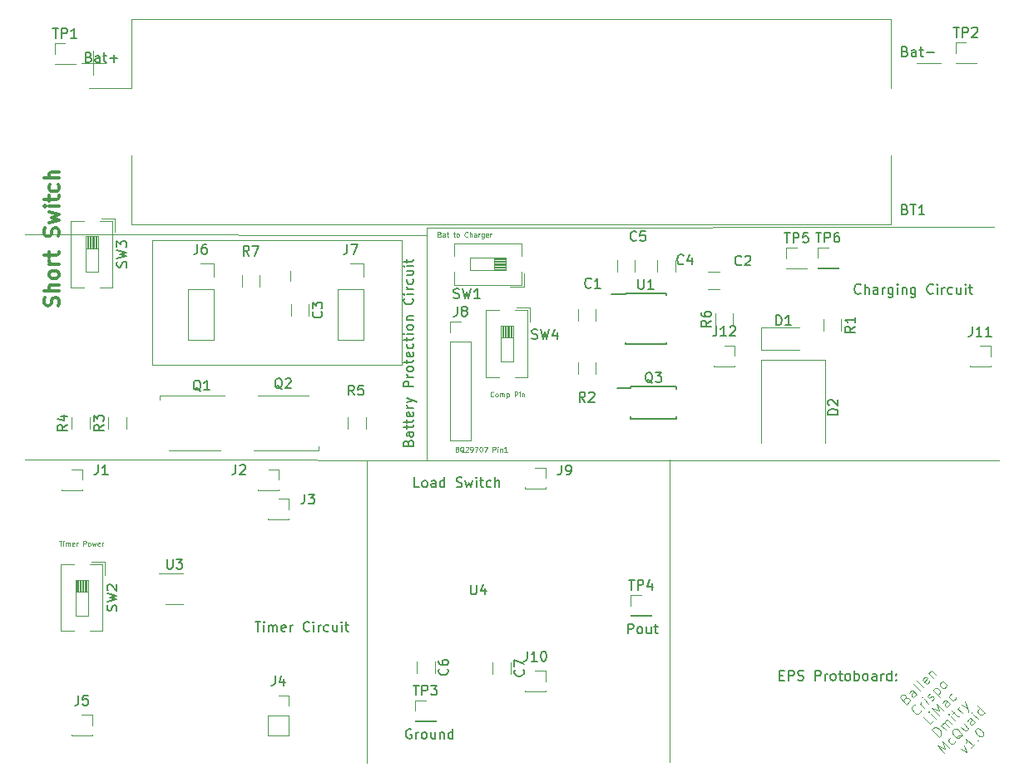
<source format=gbr>
G04 #@! TF.GenerationSoftware,KiCad,Pcbnew,(5.1.0)-1*
G04 #@! TF.CreationDate,2019-06-24T17:08:15-03:00*
G04 #@! TF.ProjectId,Main,4d61696e-2e6b-4696-9361-645f70636258,1.0*
G04 #@! TF.SameCoordinates,Original*
G04 #@! TF.FileFunction,Legend,Top*
G04 #@! TF.FilePolarity,Positive*
%FSLAX46Y46*%
G04 Gerber Fmt 4.6, Leading zero omitted, Abs format (unit mm)*
G04 Created by KiCad (PCBNEW (5.1.0)-1) date 2019-06-24 17:08:15*
%MOMM*%
%LPD*%
G04 APERTURE LIST*
%ADD10C,0.120000*%
%ADD11C,0.125000*%
%ADD12C,0.062500*%
%ADD13C,0.150000*%
%ADD14C,0.050000*%
%ADD15C,0.300000*%
G04 APERTURE END LIST*
D10*
X64740000Y-47100000D02*
X122440000Y-47020000D01*
X64730000Y-47880000D02*
X64740000Y-47100000D01*
D11*
X66034285Y-47794285D02*
X66105714Y-47818095D01*
X66129523Y-47841904D01*
X66153333Y-47889523D01*
X66153333Y-47960952D01*
X66129523Y-48008571D01*
X66105714Y-48032380D01*
X66058095Y-48056190D01*
X65867619Y-48056190D01*
X65867619Y-47556190D01*
X66034285Y-47556190D01*
X66081904Y-47580000D01*
X66105714Y-47603809D01*
X66129523Y-47651428D01*
X66129523Y-47699047D01*
X66105714Y-47746666D01*
X66081904Y-47770476D01*
X66034285Y-47794285D01*
X65867619Y-47794285D01*
X66581904Y-48056190D02*
X66581904Y-47794285D01*
X66558095Y-47746666D01*
X66510476Y-47722857D01*
X66415238Y-47722857D01*
X66367619Y-47746666D01*
X66581904Y-48032380D02*
X66534285Y-48056190D01*
X66415238Y-48056190D01*
X66367619Y-48032380D01*
X66343809Y-47984761D01*
X66343809Y-47937142D01*
X66367619Y-47889523D01*
X66415238Y-47865714D01*
X66534285Y-47865714D01*
X66581904Y-47841904D01*
X66748571Y-47722857D02*
X66939047Y-47722857D01*
X66820000Y-47556190D02*
X66820000Y-47984761D01*
X66843809Y-48032380D01*
X66891428Y-48056190D01*
X66939047Y-48056190D01*
X67415238Y-47722857D02*
X67605714Y-47722857D01*
X67486666Y-47556190D02*
X67486666Y-47984761D01*
X67510476Y-48032380D01*
X67558095Y-48056190D01*
X67605714Y-48056190D01*
X67843809Y-48056190D02*
X67796190Y-48032380D01*
X67772380Y-48008571D01*
X67748571Y-47960952D01*
X67748571Y-47818095D01*
X67772380Y-47770476D01*
X67796190Y-47746666D01*
X67843809Y-47722857D01*
X67915238Y-47722857D01*
X67962857Y-47746666D01*
X67986666Y-47770476D01*
X68010476Y-47818095D01*
X68010476Y-47960952D01*
X67986666Y-48008571D01*
X67962857Y-48032380D01*
X67915238Y-48056190D01*
X67843809Y-48056190D01*
X68891428Y-48008571D02*
X68867619Y-48032380D01*
X68796190Y-48056190D01*
X68748571Y-48056190D01*
X68677142Y-48032380D01*
X68629523Y-47984761D01*
X68605714Y-47937142D01*
X68581904Y-47841904D01*
X68581904Y-47770476D01*
X68605714Y-47675238D01*
X68629523Y-47627619D01*
X68677142Y-47580000D01*
X68748571Y-47556190D01*
X68796190Y-47556190D01*
X68867619Y-47580000D01*
X68891428Y-47603809D01*
X69105714Y-48056190D02*
X69105714Y-47556190D01*
X69320000Y-48056190D02*
X69320000Y-47794285D01*
X69296190Y-47746666D01*
X69248571Y-47722857D01*
X69177142Y-47722857D01*
X69129523Y-47746666D01*
X69105714Y-47770476D01*
X69772380Y-48056190D02*
X69772380Y-47794285D01*
X69748571Y-47746666D01*
X69700952Y-47722857D01*
X69605714Y-47722857D01*
X69558095Y-47746666D01*
X69772380Y-48032380D02*
X69724761Y-48056190D01*
X69605714Y-48056190D01*
X69558095Y-48032380D01*
X69534285Y-47984761D01*
X69534285Y-47937142D01*
X69558095Y-47889523D01*
X69605714Y-47865714D01*
X69724761Y-47865714D01*
X69772380Y-47841904D01*
X70010476Y-48056190D02*
X70010476Y-47722857D01*
X70010476Y-47818095D02*
X70034285Y-47770476D01*
X70058095Y-47746666D01*
X70105714Y-47722857D01*
X70153333Y-47722857D01*
X70534285Y-47722857D02*
X70534285Y-48127619D01*
X70510476Y-48175238D01*
X70486666Y-48199047D01*
X70439047Y-48222857D01*
X70367619Y-48222857D01*
X70320000Y-48199047D01*
X70534285Y-48032380D02*
X70486666Y-48056190D01*
X70391428Y-48056190D01*
X70343809Y-48032380D01*
X70320000Y-48008571D01*
X70296190Y-47960952D01*
X70296190Y-47818095D01*
X70320000Y-47770476D01*
X70343809Y-47746666D01*
X70391428Y-47722857D01*
X70486666Y-47722857D01*
X70534285Y-47746666D01*
X70962857Y-48032380D02*
X70915238Y-48056190D01*
X70820000Y-48056190D01*
X70772380Y-48032380D01*
X70748571Y-47984761D01*
X70748571Y-47794285D01*
X70772380Y-47746666D01*
X70820000Y-47722857D01*
X70915238Y-47722857D01*
X70962857Y-47746666D01*
X70986666Y-47794285D01*
X70986666Y-47841904D01*
X70748571Y-47889523D01*
X71200952Y-48056190D02*
X71200952Y-47722857D01*
X71200952Y-47818095D02*
X71224761Y-47770476D01*
X71248571Y-47746666D01*
X71296190Y-47722857D01*
X71343809Y-47722857D01*
X27308095Y-79036190D02*
X27593809Y-79036190D01*
X27450952Y-79536190D02*
X27450952Y-79036190D01*
X27760476Y-79536190D02*
X27760476Y-79202857D01*
X27760476Y-79036190D02*
X27736666Y-79060000D01*
X27760476Y-79083809D01*
X27784285Y-79060000D01*
X27760476Y-79036190D01*
X27760476Y-79083809D01*
X27998571Y-79536190D02*
X27998571Y-79202857D01*
X27998571Y-79250476D02*
X28022380Y-79226666D01*
X28070000Y-79202857D01*
X28141428Y-79202857D01*
X28189047Y-79226666D01*
X28212857Y-79274285D01*
X28212857Y-79536190D01*
X28212857Y-79274285D02*
X28236666Y-79226666D01*
X28284285Y-79202857D01*
X28355714Y-79202857D01*
X28403333Y-79226666D01*
X28427142Y-79274285D01*
X28427142Y-79536190D01*
X28855714Y-79512380D02*
X28808095Y-79536190D01*
X28712857Y-79536190D01*
X28665238Y-79512380D01*
X28641428Y-79464761D01*
X28641428Y-79274285D01*
X28665238Y-79226666D01*
X28712857Y-79202857D01*
X28808095Y-79202857D01*
X28855714Y-79226666D01*
X28879523Y-79274285D01*
X28879523Y-79321904D01*
X28641428Y-79369523D01*
X29093809Y-79536190D02*
X29093809Y-79202857D01*
X29093809Y-79298095D02*
X29117619Y-79250476D01*
X29141428Y-79226666D01*
X29189047Y-79202857D01*
X29236666Y-79202857D01*
X29784285Y-79536190D02*
X29784285Y-79036190D01*
X29974761Y-79036190D01*
X30022380Y-79060000D01*
X30046190Y-79083809D01*
X30070000Y-79131428D01*
X30070000Y-79202857D01*
X30046190Y-79250476D01*
X30022380Y-79274285D01*
X29974761Y-79298095D01*
X29784285Y-79298095D01*
X30355714Y-79536190D02*
X30308095Y-79512380D01*
X30284285Y-79488571D01*
X30260476Y-79440952D01*
X30260476Y-79298095D01*
X30284285Y-79250476D01*
X30308095Y-79226666D01*
X30355714Y-79202857D01*
X30427142Y-79202857D01*
X30474761Y-79226666D01*
X30498571Y-79250476D01*
X30522380Y-79298095D01*
X30522380Y-79440952D01*
X30498571Y-79488571D01*
X30474761Y-79512380D01*
X30427142Y-79536190D01*
X30355714Y-79536190D01*
X30689047Y-79202857D02*
X30784285Y-79536190D01*
X30879523Y-79298095D01*
X30974761Y-79536190D01*
X31070000Y-79202857D01*
X31450952Y-79512380D02*
X31403333Y-79536190D01*
X31308095Y-79536190D01*
X31260476Y-79512380D01*
X31236666Y-79464761D01*
X31236666Y-79274285D01*
X31260476Y-79226666D01*
X31308095Y-79202857D01*
X31403333Y-79202857D01*
X31450952Y-79226666D01*
X31474761Y-79274285D01*
X31474761Y-79321904D01*
X31236666Y-79369523D01*
X31689047Y-79536190D02*
X31689047Y-79202857D01*
X31689047Y-79298095D02*
X31712857Y-79250476D01*
X31736666Y-79226666D01*
X31784285Y-79202857D01*
X31831904Y-79202857D01*
D12*
X71523333Y-64288571D02*
X71499523Y-64312380D01*
X71428095Y-64336190D01*
X71380476Y-64336190D01*
X71309047Y-64312380D01*
X71261428Y-64264761D01*
X71237619Y-64217142D01*
X71213809Y-64121904D01*
X71213809Y-64050476D01*
X71237619Y-63955238D01*
X71261428Y-63907619D01*
X71309047Y-63860000D01*
X71380476Y-63836190D01*
X71428095Y-63836190D01*
X71499523Y-63860000D01*
X71523333Y-63883809D01*
X71809047Y-64336190D02*
X71761428Y-64312380D01*
X71737619Y-64288571D01*
X71713809Y-64240952D01*
X71713809Y-64098095D01*
X71737619Y-64050476D01*
X71761428Y-64026666D01*
X71809047Y-64002857D01*
X71880476Y-64002857D01*
X71928095Y-64026666D01*
X71951904Y-64050476D01*
X71975714Y-64098095D01*
X71975714Y-64240952D01*
X71951904Y-64288571D01*
X71928095Y-64312380D01*
X71880476Y-64336190D01*
X71809047Y-64336190D01*
X72190000Y-64336190D02*
X72190000Y-64002857D01*
X72190000Y-64050476D02*
X72213809Y-64026666D01*
X72261428Y-64002857D01*
X72332857Y-64002857D01*
X72380476Y-64026666D01*
X72404285Y-64074285D01*
X72404285Y-64336190D01*
X72404285Y-64074285D02*
X72428095Y-64026666D01*
X72475714Y-64002857D01*
X72547142Y-64002857D01*
X72594761Y-64026666D01*
X72618571Y-64074285D01*
X72618571Y-64336190D01*
X72856666Y-64002857D02*
X72856666Y-64502857D01*
X72856666Y-64026666D02*
X72904285Y-64002857D01*
X72999523Y-64002857D01*
X73047142Y-64026666D01*
X73070952Y-64050476D01*
X73094761Y-64098095D01*
X73094761Y-64240952D01*
X73070952Y-64288571D01*
X73047142Y-64312380D01*
X72999523Y-64336190D01*
X72904285Y-64336190D01*
X72856666Y-64312380D01*
X73690000Y-64336190D02*
X73690000Y-63836190D01*
X73880476Y-63836190D01*
X73928095Y-63860000D01*
X73951904Y-63883809D01*
X73975714Y-63931428D01*
X73975714Y-64002857D01*
X73951904Y-64050476D01*
X73928095Y-64074285D01*
X73880476Y-64098095D01*
X73690000Y-64098095D01*
X74190000Y-64336190D02*
X74190000Y-64002857D01*
X74190000Y-63836190D02*
X74166190Y-63860000D01*
X74190000Y-63883809D01*
X74213809Y-63860000D01*
X74190000Y-63836190D01*
X74190000Y-63883809D01*
X74428095Y-64002857D02*
X74428095Y-64336190D01*
X74428095Y-64050476D02*
X74451904Y-64026666D01*
X74499523Y-64002857D01*
X74570952Y-64002857D01*
X74618571Y-64026666D01*
X74642380Y-64074285D01*
X74642380Y-64336190D01*
D10*
X89430000Y-70740000D02*
X89420000Y-101570000D01*
D12*
X67839523Y-69674285D02*
X67910952Y-69698095D01*
X67934761Y-69721904D01*
X67958571Y-69769523D01*
X67958571Y-69840952D01*
X67934761Y-69888571D01*
X67910952Y-69912380D01*
X67863333Y-69936190D01*
X67672857Y-69936190D01*
X67672857Y-69436190D01*
X67839523Y-69436190D01*
X67887142Y-69460000D01*
X67910952Y-69483809D01*
X67934761Y-69531428D01*
X67934761Y-69579047D01*
X67910952Y-69626666D01*
X67887142Y-69650476D01*
X67839523Y-69674285D01*
X67672857Y-69674285D01*
X68506190Y-69983809D02*
X68458571Y-69960000D01*
X68410952Y-69912380D01*
X68339523Y-69840952D01*
X68291904Y-69817142D01*
X68244285Y-69817142D01*
X68268095Y-69936190D02*
X68220476Y-69912380D01*
X68172857Y-69864761D01*
X68149047Y-69769523D01*
X68149047Y-69602857D01*
X68172857Y-69507619D01*
X68220476Y-69460000D01*
X68268095Y-69436190D01*
X68363333Y-69436190D01*
X68410952Y-69460000D01*
X68458571Y-69507619D01*
X68482380Y-69602857D01*
X68482380Y-69769523D01*
X68458571Y-69864761D01*
X68410952Y-69912380D01*
X68363333Y-69936190D01*
X68268095Y-69936190D01*
X68672857Y-69483809D02*
X68696666Y-69460000D01*
X68744285Y-69436190D01*
X68863333Y-69436190D01*
X68910952Y-69460000D01*
X68934761Y-69483809D01*
X68958571Y-69531428D01*
X68958571Y-69579047D01*
X68934761Y-69650476D01*
X68649047Y-69936190D01*
X68958571Y-69936190D01*
X69196666Y-69936190D02*
X69291904Y-69936190D01*
X69339523Y-69912380D01*
X69363333Y-69888571D01*
X69410952Y-69817142D01*
X69434761Y-69721904D01*
X69434761Y-69531428D01*
X69410952Y-69483809D01*
X69387142Y-69460000D01*
X69339523Y-69436190D01*
X69244285Y-69436190D01*
X69196666Y-69460000D01*
X69172857Y-69483809D01*
X69149047Y-69531428D01*
X69149047Y-69650476D01*
X69172857Y-69698095D01*
X69196666Y-69721904D01*
X69244285Y-69745714D01*
X69339523Y-69745714D01*
X69387142Y-69721904D01*
X69410952Y-69698095D01*
X69434761Y-69650476D01*
X69601428Y-69436190D02*
X69934761Y-69436190D01*
X69720476Y-69936190D01*
X70220476Y-69436190D02*
X70268095Y-69436190D01*
X70315714Y-69460000D01*
X70339523Y-69483809D01*
X70363333Y-69531428D01*
X70387142Y-69626666D01*
X70387142Y-69745714D01*
X70363333Y-69840952D01*
X70339523Y-69888571D01*
X70315714Y-69912380D01*
X70268095Y-69936190D01*
X70220476Y-69936190D01*
X70172857Y-69912380D01*
X70149047Y-69888571D01*
X70125238Y-69840952D01*
X70101428Y-69745714D01*
X70101428Y-69626666D01*
X70125238Y-69531428D01*
X70149047Y-69483809D01*
X70172857Y-69460000D01*
X70220476Y-69436190D01*
X70553809Y-69436190D02*
X70887142Y-69436190D01*
X70672857Y-69936190D01*
X71458571Y-69936190D02*
X71458571Y-69436190D01*
X71649047Y-69436190D01*
X71696666Y-69460000D01*
X71720476Y-69483809D01*
X71744285Y-69531428D01*
X71744285Y-69602857D01*
X71720476Y-69650476D01*
X71696666Y-69674285D01*
X71649047Y-69698095D01*
X71458571Y-69698095D01*
X71958571Y-69936190D02*
X71958571Y-69602857D01*
X71958571Y-69436190D02*
X71934761Y-69460000D01*
X71958571Y-69483809D01*
X71982380Y-69460000D01*
X71958571Y-69436190D01*
X71958571Y-69483809D01*
X72196666Y-69602857D02*
X72196666Y-69936190D01*
X72196666Y-69650476D02*
X72220476Y-69626666D01*
X72268095Y-69602857D01*
X72339523Y-69602857D01*
X72387142Y-69626666D01*
X72410952Y-69674285D01*
X72410952Y-69936190D01*
X72910952Y-69936190D02*
X72625238Y-69936190D01*
X72768095Y-69936190D02*
X72768095Y-69436190D01*
X72720476Y-69507619D01*
X72672857Y-69555238D01*
X72625238Y-69579047D01*
D13*
X100641428Y-92708571D02*
X100974761Y-92708571D01*
X101117619Y-93232380D02*
X100641428Y-93232380D01*
X100641428Y-92232380D01*
X101117619Y-92232380D01*
X101546190Y-93232380D02*
X101546190Y-92232380D01*
X101927142Y-92232380D01*
X102022380Y-92280000D01*
X102070000Y-92327619D01*
X102117619Y-92422857D01*
X102117619Y-92565714D01*
X102070000Y-92660952D01*
X102022380Y-92708571D01*
X101927142Y-92756190D01*
X101546190Y-92756190D01*
X102498571Y-93184761D02*
X102641428Y-93232380D01*
X102879523Y-93232380D01*
X102974761Y-93184761D01*
X103022380Y-93137142D01*
X103070000Y-93041904D01*
X103070000Y-92946666D01*
X103022380Y-92851428D01*
X102974761Y-92803809D01*
X102879523Y-92756190D01*
X102689047Y-92708571D01*
X102593809Y-92660952D01*
X102546190Y-92613333D01*
X102498571Y-92518095D01*
X102498571Y-92422857D01*
X102546190Y-92327619D01*
X102593809Y-92280000D01*
X102689047Y-92232380D01*
X102927142Y-92232380D01*
X103070000Y-92280000D01*
X104260476Y-93232380D02*
X104260476Y-92232380D01*
X104641428Y-92232380D01*
X104736666Y-92280000D01*
X104784285Y-92327619D01*
X104831904Y-92422857D01*
X104831904Y-92565714D01*
X104784285Y-92660952D01*
X104736666Y-92708571D01*
X104641428Y-92756190D01*
X104260476Y-92756190D01*
X105260476Y-93232380D02*
X105260476Y-92565714D01*
X105260476Y-92756190D02*
X105308095Y-92660952D01*
X105355714Y-92613333D01*
X105450952Y-92565714D01*
X105546190Y-92565714D01*
X106022380Y-93232380D02*
X105927142Y-93184761D01*
X105879523Y-93137142D01*
X105831904Y-93041904D01*
X105831904Y-92756190D01*
X105879523Y-92660952D01*
X105927142Y-92613333D01*
X106022380Y-92565714D01*
X106165238Y-92565714D01*
X106260476Y-92613333D01*
X106308095Y-92660952D01*
X106355714Y-92756190D01*
X106355714Y-93041904D01*
X106308095Y-93137142D01*
X106260476Y-93184761D01*
X106165238Y-93232380D01*
X106022380Y-93232380D01*
X106641428Y-92565714D02*
X107022380Y-92565714D01*
X106784285Y-92232380D02*
X106784285Y-93089523D01*
X106831904Y-93184761D01*
X106927142Y-93232380D01*
X107022380Y-93232380D01*
X107498571Y-93232380D02*
X107403333Y-93184761D01*
X107355714Y-93137142D01*
X107308095Y-93041904D01*
X107308095Y-92756190D01*
X107355714Y-92660952D01*
X107403333Y-92613333D01*
X107498571Y-92565714D01*
X107641428Y-92565714D01*
X107736666Y-92613333D01*
X107784285Y-92660952D01*
X107831904Y-92756190D01*
X107831904Y-93041904D01*
X107784285Y-93137142D01*
X107736666Y-93184761D01*
X107641428Y-93232380D01*
X107498571Y-93232380D01*
X108260476Y-93232380D02*
X108260476Y-92232380D01*
X108260476Y-92613333D02*
X108355714Y-92565714D01*
X108546190Y-92565714D01*
X108641428Y-92613333D01*
X108689047Y-92660952D01*
X108736666Y-92756190D01*
X108736666Y-93041904D01*
X108689047Y-93137142D01*
X108641428Y-93184761D01*
X108546190Y-93232380D01*
X108355714Y-93232380D01*
X108260476Y-93184761D01*
X109308095Y-93232380D02*
X109212857Y-93184761D01*
X109165238Y-93137142D01*
X109117619Y-93041904D01*
X109117619Y-92756190D01*
X109165238Y-92660952D01*
X109212857Y-92613333D01*
X109308095Y-92565714D01*
X109450952Y-92565714D01*
X109546190Y-92613333D01*
X109593809Y-92660952D01*
X109641428Y-92756190D01*
X109641428Y-93041904D01*
X109593809Y-93137142D01*
X109546190Y-93184761D01*
X109450952Y-93232380D01*
X109308095Y-93232380D01*
X110498571Y-93232380D02*
X110498571Y-92708571D01*
X110450952Y-92613333D01*
X110355714Y-92565714D01*
X110165238Y-92565714D01*
X110070000Y-92613333D01*
X110498571Y-93184761D02*
X110403333Y-93232380D01*
X110165238Y-93232380D01*
X110070000Y-93184761D01*
X110022380Y-93089523D01*
X110022380Y-92994285D01*
X110070000Y-92899047D01*
X110165238Y-92851428D01*
X110403333Y-92851428D01*
X110498571Y-92803809D01*
X110974761Y-93232380D02*
X110974761Y-92565714D01*
X110974761Y-92756190D02*
X111022380Y-92660952D01*
X111070000Y-92613333D01*
X111165238Y-92565714D01*
X111260476Y-92565714D01*
X112022380Y-93232380D02*
X112022380Y-92232380D01*
X112022380Y-93184761D02*
X111927142Y-93232380D01*
X111736666Y-93232380D01*
X111641428Y-93184761D01*
X111593809Y-93137142D01*
X111546190Y-93041904D01*
X111546190Y-92756190D01*
X111593809Y-92660952D01*
X111641428Y-92613333D01*
X111736666Y-92565714D01*
X111927142Y-92565714D01*
X112022380Y-92613333D01*
X112498571Y-93137142D02*
X112546190Y-93184761D01*
X112498571Y-93232380D01*
X112450952Y-93184761D01*
X112498571Y-93137142D01*
X112498571Y-93232380D01*
X112498571Y-92613333D02*
X112546190Y-92660952D01*
X112498571Y-92708571D01*
X112450952Y-92660952D01*
X112498571Y-92613333D01*
X112498571Y-92708571D01*
D14*
X113446762Y-95072144D02*
X113581449Y-95004800D01*
X113648793Y-95004800D01*
X113749808Y-95038472D01*
X113850823Y-95139487D01*
X113884495Y-95240502D01*
X113884495Y-95307846D01*
X113850823Y-95408861D01*
X113581449Y-95678235D01*
X112874342Y-94971128D01*
X113110045Y-94735426D01*
X113211060Y-94701754D01*
X113278403Y-94701754D01*
X113379419Y-94735426D01*
X113446762Y-94802770D01*
X113480434Y-94903785D01*
X113480434Y-94971128D01*
X113446762Y-95072144D01*
X113211060Y-95307846D01*
X114591602Y-94668083D02*
X114221212Y-94297693D01*
X114120197Y-94264022D01*
X114019182Y-94297693D01*
X113884495Y-94432380D01*
X113850823Y-94533396D01*
X114557930Y-94634411D02*
X114524258Y-94735426D01*
X114355899Y-94903785D01*
X114254884Y-94937457D01*
X114153869Y-94903785D01*
X114086525Y-94836441D01*
X114052854Y-94735426D01*
X114086525Y-94634411D01*
X114254884Y-94466052D01*
X114288556Y-94365037D01*
X115029335Y-94230350D02*
X114928319Y-94264022D01*
X114827304Y-94230350D01*
X114221212Y-93624258D01*
X115399724Y-93859961D02*
X115298709Y-93893632D01*
X115197693Y-93859960D01*
X114591602Y-93253869D01*
X115904800Y-93287541D02*
X115871128Y-93388556D01*
X115736441Y-93523243D01*
X115635426Y-93556915D01*
X115534411Y-93523243D01*
X115265037Y-93253869D01*
X115231365Y-93152854D01*
X115265037Y-93051838D01*
X115399724Y-92917151D01*
X115500739Y-92883480D01*
X115601754Y-92917151D01*
X115669098Y-92984495D01*
X115399724Y-93388556D01*
X115803785Y-92513090D02*
X116275189Y-92984495D01*
X115871128Y-92580434D02*
X115871128Y-92513090D01*
X115904800Y-92412075D01*
X116005815Y-92311060D01*
X116106831Y-92277388D01*
X116207846Y-92311060D01*
X116578235Y-92681449D01*
X115014183Y-96302847D02*
X115014183Y-96370190D01*
X114946839Y-96504877D01*
X114879496Y-96572221D01*
X114744809Y-96639564D01*
X114610122Y-96639564D01*
X114509106Y-96605892D01*
X114340748Y-96504877D01*
X114239732Y-96403862D01*
X114138717Y-96235503D01*
X114105045Y-96134488D01*
X114105045Y-95999801D01*
X114172389Y-95865114D01*
X114239732Y-95797770D01*
X114374419Y-95730427D01*
X114441763Y-95730427D01*
X115384572Y-96067144D02*
X114913167Y-95595740D01*
X115047854Y-95730427D02*
X115014183Y-95629412D01*
X115014183Y-95562068D01*
X115047854Y-95461053D01*
X115115198Y-95393709D01*
X115822305Y-95629412D02*
X115350900Y-95158007D01*
X115115198Y-94922305D02*
X115115198Y-94989648D01*
X115182541Y-94989648D01*
X115182541Y-94922305D01*
X115115198Y-94922305D01*
X115182541Y-94989648D01*
X116091679Y-95292694D02*
X116192694Y-95259022D01*
X116327381Y-95124335D01*
X116361053Y-95023320D01*
X116327381Y-94922305D01*
X116293709Y-94888633D01*
X116192694Y-94854961D01*
X116091679Y-94888633D01*
X115990664Y-94989648D01*
X115889648Y-95023320D01*
X115788633Y-94989648D01*
X115754961Y-94955977D01*
X115721289Y-94854961D01*
X115754961Y-94753946D01*
X115855977Y-94652931D01*
X115956992Y-94619259D01*
X116260038Y-94248870D02*
X116967144Y-94955976D01*
X116293709Y-94282541D02*
X116327381Y-94181526D01*
X116462068Y-94046839D01*
X116563083Y-94013167D01*
X116630427Y-94013167D01*
X116731442Y-94046839D01*
X116933473Y-94248870D01*
X116967144Y-94349885D01*
X116967144Y-94417228D01*
X116933473Y-94518244D01*
X116798786Y-94652931D01*
X116697770Y-94686602D01*
X117472221Y-93979496D02*
X117371205Y-94013167D01*
X117303862Y-94013167D01*
X117202847Y-93979496D01*
X117000816Y-93777465D01*
X116967144Y-93676450D01*
X116967144Y-93609106D01*
X117000816Y-93508091D01*
X117101831Y-93407076D01*
X117202847Y-93373404D01*
X117270190Y-93373404D01*
X117371205Y-93407076D01*
X117573236Y-93609106D01*
X117606908Y-93710122D01*
X117606908Y-93777465D01*
X117573236Y-93878480D01*
X117472221Y-93979496D01*
X116295393Y-97348355D02*
X115958676Y-97685072D01*
X115251569Y-96977966D01*
X116531096Y-97112653D02*
X116059691Y-96641248D01*
X115823989Y-96405546D02*
X115823989Y-96472889D01*
X115891332Y-96472889D01*
X115891332Y-96405546D01*
X115823989Y-96405546D01*
X115891332Y-96472889D01*
X116867813Y-96775935D02*
X116160706Y-96068828D01*
X116901485Y-96338202D01*
X116632111Y-95597424D01*
X117339218Y-96304531D01*
X117978981Y-95664767D02*
X117608592Y-95294378D01*
X117507576Y-95260706D01*
X117406561Y-95294378D01*
X117271874Y-95429065D01*
X117238202Y-95530080D01*
X117945309Y-95631096D02*
X117911637Y-95732111D01*
X117743279Y-95900470D01*
X117642263Y-95934141D01*
X117541248Y-95900470D01*
X117473905Y-95833126D01*
X117440233Y-95732111D01*
X117473905Y-95631096D01*
X117642263Y-95462737D01*
X117675935Y-95361722D01*
X118585072Y-94991332D02*
X118551401Y-95092348D01*
X118416714Y-95227035D01*
X118315698Y-95260706D01*
X118248355Y-95260706D01*
X118147340Y-95227035D01*
X117945309Y-95025004D01*
X117911637Y-94923989D01*
X117911637Y-94856645D01*
X117945309Y-94755630D01*
X118079996Y-94620943D01*
X118181011Y-94587271D01*
X116852661Y-98983119D02*
X116145555Y-98276012D01*
X116313913Y-98107653D01*
X116448600Y-98040310D01*
X116583287Y-98040310D01*
X116684303Y-98073982D01*
X116852661Y-98174997D01*
X116953677Y-98276012D01*
X117054692Y-98444371D01*
X117088364Y-98545386D01*
X117088364Y-98680073D01*
X117021020Y-98814760D01*
X116852661Y-98983119D01*
X117559768Y-98276012D02*
X117088364Y-97804608D01*
X117155707Y-97871951D02*
X117155707Y-97804608D01*
X117189379Y-97703592D01*
X117290394Y-97602577D01*
X117391409Y-97568905D01*
X117492425Y-97602577D01*
X117862814Y-97972966D01*
X117492425Y-97602577D02*
X117458753Y-97501562D01*
X117492425Y-97400547D01*
X117593440Y-97299531D01*
X117694455Y-97265860D01*
X117795470Y-97299531D01*
X118165860Y-97669921D01*
X118502577Y-97333203D02*
X118031173Y-96861799D01*
X117795470Y-96626096D02*
X117795470Y-96693440D01*
X117862814Y-96693440D01*
X117862814Y-96626096D01*
X117795470Y-96626096D01*
X117862814Y-96693440D01*
X118266875Y-96626096D02*
X118536249Y-96356722D01*
X118132188Y-96289379D02*
X118738279Y-96895470D01*
X118839295Y-96929142D01*
X118940310Y-96895470D01*
X119007653Y-96828127D01*
X119243356Y-96592425D02*
X118771951Y-96121020D01*
X118906638Y-96255707D02*
X118872966Y-96154692D01*
X118872966Y-96087348D01*
X118906638Y-95986333D01*
X118973982Y-95918990D01*
X119142340Y-95750631D02*
X119782104Y-96053677D01*
X119479058Y-95413913D02*
X119782104Y-96053677D01*
X119883119Y-96289379D01*
X119883119Y-96356722D01*
X119849447Y-96457738D01*
X117426765Y-100601047D02*
X116719658Y-99893940D01*
X117460437Y-100163314D01*
X117191063Y-99422536D01*
X117898170Y-100129643D01*
X118504261Y-99456208D02*
X118470589Y-99557223D01*
X118335902Y-99691910D01*
X118234887Y-99725582D01*
X118167544Y-99725582D01*
X118066528Y-99691910D01*
X117864498Y-99489879D01*
X117830826Y-99388864D01*
X117830826Y-99321521D01*
X117864498Y-99220505D01*
X117999185Y-99085818D01*
X118100200Y-99052147D01*
X119379727Y-98782773D02*
X119278712Y-98816444D01*
X119144025Y-98816444D01*
X118941994Y-98816444D01*
X118840979Y-98850116D01*
X118773635Y-98917460D01*
X118975666Y-99052147D02*
X118874650Y-99085818D01*
X118739963Y-99085818D01*
X118571605Y-98984803D01*
X118335902Y-98749101D01*
X118234887Y-98580742D01*
X118234887Y-98446055D01*
X118268559Y-98345040D01*
X118403246Y-98210353D01*
X118504261Y-98176681D01*
X118638948Y-98176681D01*
X118807307Y-98277696D01*
X119043009Y-98513399D01*
X119144025Y-98681757D01*
X119144025Y-98816444D01*
X119110353Y-98917460D01*
X118975666Y-99052147D01*
X119413399Y-97671605D02*
X119884803Y-98143009D01*
X119110353Y-97974650D02*
X119480742Y-98345040D01*
X119581757Y-98378712D01*
X119682773Y-98345040D01*
X119783788Y-98244025D01*
X119817460Y-98143009D01*
X119817460Y-98075666D01*
X120524566Y-97503246D02*
X120154177Y-97132857D01*
X120053162Y-97099185D01*
X119952147Y-97132857D01*
X119817460Y-97267544D01*
X119783788Y-97368559D01*
X120490895Y-97469574D02*
X120457223Y-97570589D01*
X120288864Y-97738948D01*
X120187849Y-97772620D01*
X120086834Y-97738948D01*
X120019490Y-97671605D01*
X119985818Y-97570589D01*
X120019490Y-97469574D01*
X120187849Y-97301215D01*
X120221521Y-97200200D01*
X120861284Y-97166528D02*
X120389879Y-96695124D01*
X120154177Y-96459422D02*
X120154177Y-96526765D01*
X120221521Y-96526765D01*
X120221521Y-96459422D01*
X120154177Y-96459422D01*
X120221521Y-96526765D01*
X121501047Y-96526765D02*
X120793940Y-95819658D01*
X121467375Y-96493093D02*
X121433704Y-96594109D01*
X121299017Y-96728796D01*
X121198001Y-96762467D01*
X121130658Y-96762467D01*
X121029643Y-96728796D01*
X120827612Y-96526765D01*
X120793940Y-96425750D01*
X120793940Y-96358406D01*
X120827612Y-96257391D01*
X120962299Y-96122704D01*
X121063314Y-96089032D01*
X119078365Y-100198670D02*
X119718128Y-100501716D01*
X119415083Y-99861953D01*
X120526250Y-99693594D02*
X120122189Y-100097655D01*
X120324220Y-99895624D02*
X119617113Y-99188518D01*
X119650785Y-99356876D01*
X119650785Y-99491563D01*
X119617113Y-99592579D01*
X120761953Y-99323205D02*
X120829296Y-99323205D01*
X120829296Y-99390548D01*
X120761953Y-99390548D01*
X120761953Y-99323205D01*
X120829296Y-99390548D01*
X120593594Y-98212037D02*
X120660937Y-98144693D01*
X120761953Y-98111022D01*
X120829296Y-98111022D01*
X120930311Y-98144693D01*
X121098670Y-98245709D01*
X121267029Y-98414067D01*
X121368044Y-98582426D01*
X121401716Y-98683441D01*
X121401716Y-98750785D01*
X121368044Y-98851800D01*
X121300701Y-98919144D01*
X121199685Y-98952815D01*
X121132342Y-98952815D01*
X121031327Y-98919144D01*
X120862968Y-98818128D01*
X120694609Y-98649770D01*
X120593594Y-98481411D01*
X120559922Y-98380396D01*
X120559922Y-98313052D01*
X120593594Y-98212037D01*
D15*
X27227142Y-55067142D02*
X27298571Y-54852857D01*
X27298571Y-54495714D01*
X27227142Y-54352857D01*
X27155714Y-54281428D01*
X27012857Y-54210000D01*
X26870000Y-54210000D01*
X26727142Y-54281428D01*
X26655714Y-54352857D01*
X26584285Y-54495714D01*
X26512857Y-54781428D01*
X26441428Y-54924285D01*
X26370000Y-54995714D01*
X26227142Y-55067142D01*
X26084285Y-55067142D01*
X25941428Y-54995714D01*
X25870000Y-54924285D01*
X25798571Y-54781428D01*
X25798571Y-54424285D01*
X25870000Y-54210000D01*
X27298571Y-53567142D02*
X25798571Y-53567142D01*
X27298571Y-52924285D02*
X26512857Y-52924285D01*
X26370000Y-52995714D01*
X26298571Y-53138571D01*
X26298571Y-53352857D01*
X26370000Y-53495714D01*
X26441428Y-53567142D01*
X27298571Y-51995714D02*
X27227142Y-52138571D01*
X27155714Y-52210000D01*
X27012857Y-52281428D01*
X26584285Y-52281428D01*
X26441428Y-52210000D01*
X26370000Y-52138571D01*
X26298571Y-51995714D01*
X26298571Y-51781428D01*
X26370000Y-51638571D01*
X26441428Y-51567142D01*
X26584285Y-51495714D01*
X27012857Y-51495714D01*
X27155714Y-51567142D01*
X27227142Y-51638571D01*
X27298571Y-51781428D01*
X27298571Y-51995714D01*
X27298571Y-50852857D02*
X26298571Y-50852857D01*
X26584285Y-50852857D02*
X26441428Y-50781428D01*
X26370000Y-50710000D01*
X26298571Y-50567142D01*
X26298571Y-50424285D01*
X26298571Y-50138571D02*
X26298571Y-49567142D01*
X25798571Y-49924285D02*
X27084285Y-49924285D01*
X27227142Y-49852857D01*
X27298571Y-49710000D01*
X27298571Y-49567142D01*
X27227142Y-47995714D02*
X27298571Y-47781428D01*
X27298571Y-47424285D01*
X27227142Y-47281428D01*
X27155714Y-47210000D01*
X27012857Y-47138571D01*
X26870000Y-47138571D01*
X26727142Y-47210000D01*
X26655714Y-47281428D01*
X26584285Y-47424285D01*
X26512857Y-47710000D01*
X26441428Y-47852857D01*
X26370000Y-47924285D01*
X26227142Y-47995714D01*
X26084285Y-47995714D01*
X25941428Y-47924285D01*
X25870000Y-47852857D01*
X25798571Y-47710000D01*
X25798571Y-47352857D01*
X25870000Y-47138571D01*
X26298571Y-46638571D02*
X27298571Y-46352857D01*
X26584285Y-46067142D01*
X27298571Y-45781428D01*
X26298571Y-45495714D01*
X27298571Y-44924285D02*
X26298571Y-44924285D01*
X25798571Y-44924285D02*
X25870000Y-44995714D01*
X25941428Y-44924285D01*
X25870000Y-44852857D01*
X25798571Y-44924285D01*
X25941428Y-44924285D01*
X26298571Y-44424285D02*
X26298571Y-43852857D01*
X25798571Y-44210000D02*
X27084285Y-44210000D01*
X27227142Y-44138571D01*
X27298571Y-43995714D01*
X27298571Y-43852857D01*
X27227142Y-42710000D02*
X27298571Y-42852857D01*
X27298571Y-43138571D01*
X27227142Y-43281428D01*
X27155714Y-43352857D01*
X27012857Y-43424285D01*
X26584285Y-43424285D01*
X26441428Y-43352857D01*
X26370000Y-43281428D01*
X26298571Y-43138571D01*
X26298571Y-42852857D01*
X26370000Y-42710000D01*
X27298571Y-42067142D02*
X25798571Y-42067142D01*
X27298571Y-41424285D02*
X26512857Y-41424285D01*
X26370000Y-41495714D01*
X26298571Y-41638571D01*
X26298571Y-41852857D01*
X26370000Y-41995714D01*
X26441428Y-42067142D01*
D10*
X116120000Y-70810000D02*
X123020000Y-70810000D01*
D13*
X85217619Y-88462380D02*
X85217619Y-87462380D01*
X85598571Y-87462380D01*
X85693809Y-87510000D01*
X85741428Y-87557619D01*
X85789047Y-87652857D01*
X85789047Y-87795714D01*
X85741428Y-87890952D01*
X85693809Y-87938571D01*
X85598571Y-87986190D01*
X85217619Y-87986190D01*
X86360476Y-88462380D02*
X86265238Y-88414761D01*
X86217619Y-88367142D01*
X86170000Y-88271904D01*
X86170000Y-87986190D01*
X86217619Y-87890952D01*
X86265238Y-87843333D01*
X86360476Y-87795714D01*
X86503333Y-87795714D01*
X86598571Y-87843333D01*
X86646190Y-87890952D01*
X86693809Y-87986190D01*
X86693809Y-88271904D01*
X86646190Y-88367142D01*
X86598571Y-88414761D01*
X86503333Y-88462380D01*
X86360476Y-88462380D01*
X87550952Y-87795714D02*
X87550952Y-88462380D01*
X87122380Y-87795714D02*
X87122380Y-88319523D01*
X87170000Y-88414761D01*
X87265238Y-88462380D01*
X87408095Y-88462380D01*
X87503333Y-88414761D01*
X87550952Y-88367142D01*
X87884285Y-87795714D02*
X88265238Y-87795714D01*
X88027142Y-87462380D02*
X88027142Y-88319523D01*
X88074761Y-88414761D01*
X88170000Y-88462380D01*
X88265238Y-88462380D01*
D10*
X83820000Y-70810000D02*
X117720000Y-70810000D01*
X26720000Y-47810000D02*
X23840000Y-47810000D01*
X64720000Y-47910000D02*
X26720000Y-47810000D01*
X64720000Y-70810000D02*
X64720000Y-47910000D01*
X36820000Y-48410000D02*
X36820000Y-61110000D01*
X62220000Y-61110000D02*
X36820000Y-61110000D01*
X62220000Y-48410000D02*
X62220000Y-61110000D01*
X36820000Y-48410000D02*
X62220000Y-48410000D01*
X23840000Y-70760000D02*
X83820000Y-70810000D01*
D13*
X108886666Y-53767142D02*
X108839047Y-53814761D01*
X108696190Y-53862380D01*
X108600952Y-53862380D01*
X108458095Y-53814761D01*
X108362857Y-53719523D01*
X108315238Y-53624285D01*
X108267619Y-53433809D01*
X108267619Y-53290952D01*
X108315238Y-53100476D01*
X108362857Y-53005238D01*
X108458095Y-52910000D01*
X108600952Y-52862380D01*
X108696190Y-52862380D01*
X108839047Y-52910000D01*
X108886666Y-52957619D01*
X109315238Y-53862380D02*
X109315238Y-52862380D01*
X109743809Y-53862380D02*
X109743809Y-53338571D01*
X109696190Y-53243333D01*
X109600952Y-53195714D01*
X109458095Y-53195714D01*
X109362857Y-53243333D01*
X109315238Y-53290952D01*
X110648571Y-53862380D02*
X110648571Y-53338571D01*
X110600952Y-53243333D01*
X110505714Y-53195714D01*
X110315238Y-53195714D01*
X110220000Y-53243333D01*
X110648571Y-53814761D02*
X110553333Y-53862380D01*
X110315238Y-53862380D01*
X110220000Y-53814761D01*
X110172380Y-53719523D01*
X110172380Y-53624285D01*
X110220000Y-53529047D01*
X110315238Y-53481428D01*
X110553333Y-53481428D01*
X110648571Y-53433809D01*
X111124761Y-53862380D02*
X111124761Y-53195714D01*
X111124761Y-53386190D02*
X111172380Y-53290952D01*
X111220000Y-53243333D01*
X111315238Y-53195714D01*
X111410476Y-53195714D01*
X112172380Y-53195714D02*
X112172380Y-54005238D01*
X112124761Y-54100476D01*
X112077142Y-54148095D01*
X111981904Y-54195714D01*
X111839047Y-54195714D01*
X111743809Y-54148095D01*
X112172380Y-53814761D02*
X112077142Y-53862380D01*
X111886666Y-53862380D01*
X111791428Y-53814761D01*
X111743809Y-53767142D01*
X111696190Y-53671904D01*
X111696190Y-53386190D01*
X111743809Y-53290952D01*
X111791428Y-53243333D01*
X111886666Y-53195714D01*
X112077142Y-53195714D01*
X112172380Y-53243333D01*
X112648571Y-53862380D02*
X112648571Y-53195714D01*
X112648571Y-52862380D02*
X112600952Y-52910000D01*
X112648571Y-52957619D01*
X112696190Y-52910000D01*
X112648571Y-52862380D01*
X112648571Y-52957619D01*
X113124761Y-53195714D02*
X113124761Y-53862380D01*
X113124761Y-53290952D02*
X113172380Y-53243333D01*
X113267619Y-53195714D01*
X113410476Y-53195714D01*
X113505714Y-53243333D01*
X113553333Y-53338571D01*
X113553333Y-53862380D01*
X114458095Y-53195714D02*
X114458095Y-54005238D01*
X114410476Y-54100476D01*
X114362857Y-54148095D01*
X114267619Y-54195714D01*
X114124761Y-54195714D01*
X114029523Y-54148095D01*
X114458095Y-53814761D02*
X114362857Y-53862380D01*
X114172380Y-53862380D01*
X114077142Y-53814761D01*
X114029523Y-53767142D01*
X113981904Y-53671904D01*
X113981904Y-53386190D01*
X114029523Y-53290952D01*
X114077142Y-53243333D01*
X114172380Y-53195714D01*
X114362857Y-53195714D01*
X114458095Y-53243333D01*
X116267619Y-53767142D02*
X116220000Y-53814761D01*
X116077142Y-53862380D01*
X115981904Y-53862380D01*
X115839047Y-53814761D01*
X115743809Y-53719523D01*
X115696190Y-53624285D01*
X115648571Y-53433809D01*
X115648571Y-53290952D01*
X115696190Y-53100476D01*
X115743809Y-53005238D01*
X115839047Y-52910000D01*
X115981904Y-52862380D01*
X116077142Y-52862380D01*
X116220000Y-52910000D01*
X116267619Y-52957619D01*
X116696190Y-53862380D02*
X116696190Y-53195714D01*
X116696190Y-52862380D02*
X116648571Y-52910000D01*
X116696190Y-52957619D01*
X116743809Y-52910000D01*
X116696190Y-52862380D01*
X116696190Y-52957619D01*
X117172380Y-53862380D02*
X117172380Y-53195714D01*
X117172380Y-53386190D02*
X117220000Y-53290952D01*
X117267619Y-53243333D01*
X117362857Y-53195714D01*
X117458095Y-53195714D01*
X118220000Y-53814761D02*
X118124761Y-53862380D01*
X117934285Y-53862380D01*
X117839047Y-53814761D01*
X117791428Y-53767142D01*
X117743809Y-53671904D01*
X117743809Y-53386190D01*
X117791428Y-53290952D01*
X117839047Y-53243333D01*
X117934285Y-53195714D01*
X118124761Y-53195714D01*
X118220000Y-53243333D01*
X119077142Y-53195714D02*
X119077142Y-53862380D01*
X118648571Y-53195714D02*
X118648571Y-53719523D01*
X118696190Y-53814761D01*
X118791428Y-53862380D01*
X118934285Y-53862380D01*
X119029523Y-53814761D01*
X119077142Y-53767142D01*
X119553333Y-53862380D02*
X119553333Y-53195714D01*
X119553333Y-52862380D02*
X119505714Y-52910000D01*
X119553333Y-52957619D01*
X119600952Y-52910000D01*
X119553333Y-52862380D01*
X119553333Y-52957619D01*
X119886666Y-53195714D02*
X120267619Y-53195714D01*
X120029523Y-52862380D02*
X120029523Y-53719523D01*
X120077142Y-53814761D01*
X120172380Y-53862380D01*
X120267619Y-53862380D01*
X63976666Y-73542380D02*
X63500476Y-73542380D01*
X63500476Y-72542380D01*
X64452857Y-73542380D02*
X64357619Y-73494761D01*
X64310000Y-73447142D01*
X64262380Y-73351904D01*
X64262380Y-73066190D01*
X64310000Y-72970952D01*
X64357619Y-72923333D01*
X64452857Y-72875714D01*
X64595714Y-72875714D01*
X64690952Y-72923333D01*
X64738571Y-72970952D01*
X64786190Y-73066190D01*
X64786190Y-73351904D01*
X64738571Y-73447142D01*
X64690952Y-73494761D01*
X64595714Y-73542380D01*
X64452857Y-73542380D01*
X65643333Y-73542380D02*
X65643333Y-73018571D01*
X65595714Y-72923333D01*
X65500476Y-72875714D01*
X65310000Y-72875714D01*
X65214761Y-72923333D01*
X65643333Y-73494761D02*
X65548095Y-73542380D01*
X65310000Y-73542380D01*
X65214761Y-73494761D01*
X65167142Y-73399523D01*
X65167142Y-73304285D01*
X65214761Y-73209047D01*
X65310000Y-73161428D01*
X65548095Y-73161428D01*
X65643333Y-73113809D01*
X66548095Y-73542380D02*
X66548095Y-72542380D01*
X66548095Y-73494761D02*
X66452857Y-73542380D01*
X66262380Y-73542380D01*
X66167142Y-73494761D01*
X66119523Y-73447142D01*
X66071904Y-73351904D01*
X66071904Y-73066190D01*
X66119523Y-72970952D01*
X66167142Y-72923333D01*
X66262380Y-72875714D01*
X66452857Y-72875714D01*
X66548095Y-72923333D01*
X67738571Y-73494761D02*
X67881428Y-73542380D01*
X68119523Y-73542380D01*
X68214761Y-73494761D01*
X68262380Y-73447142D01*
X68310000Y-73351904D01*
X68310000Y-73256666D01*
X68262380Y-73161428D01*
X68214761Y-73113809D01*
X68119523Y-73066190D01*
X67929047Y-73018571D01*
X67833809Y-72970952D01*
X67786190Y-72923333D01*
X67738571Y-72828095D01*
X67738571Y-72732857D01*
X67786190Y-72637619D01*
X67833809Y-72590000D01*
X67929047Y-72542380D01*
X68167142Y-72542380D01*
X68310000Y-72590000D01*
X68643333Y-72875714D02*
X68833809Y-73542380D01*
X69024285Y-73066190D01*
X69214761Y-73542380D01*
X69405238Y-72875714D01*
X69786190Y-73542380D02*
X69786190Y-72875714D01*
X69786190Y-72542380D02*
X69738571Y-72590000D01*
X69786190Y-72637619D01*
X69833809Y-72590000D01*
X69786190Y-72542380D01*
X69786190Y-72637619D01*
X70119523Y-72875714D02*
X70500476Y-72875714D01*
X70262380Y-72542380D02*
X70262380Y-73399523D01*
X70310000Y-73494761D01*
X70405238Y-73542380D01*
X70500476Y-73542380D01*
X71262380Y-73494761D02*
X71167142Y-73542380D01*
X70976666Y-73542380D01*
X70881428Y-73494761D01*
X70833809Y-73447142D01*
X70786190Y-73351904D01*
X70786190Y-73066190D01*
X70833809Y-72970952D01*
X70881428Y-72923333D01*
X70976666Y-72875714D01*
X71167142Y-72875714D01*
X71262380Y-72923333D01*
X71690952Y-73542380D02*
X71690952Y-72542380D01*
X72119523Y-73542380D02*
X72119523Y-73018571D01*
X72071904Y-72923333D01*
X71976666Y-72875714D01*
X71833809Y-72875714D01*
X71738571Y-72923333D01*
X71690952Y-72970952D01*
X62848571Y-69029047D02*
X62896190Y-68886190D01*
X62943809Y-68838571D01*
X63039047Y-68790952D01*
X63181904Y-68790952D01*
X63277142Y-68838571D01*
X63324761Y-68886190D01*
X63372380Y-68981428D01*
X63372380Y-69362380D01*
X62372380Y-69362380D01*
X62372380Y-69029047D01*
X62420000Y-68933809D01*
X62467619Y-68886190D01*
X62562857Y-68838571D01*
X62658095Y-68838571D01*
X62753333Y-68886190D01*
X62800952Y-68933809D01*
X62848571Y-69029047D01*
X62848571Y-69362380D01*
X63372380Y-67933809D02*
X62848571Y-67933809D01*
X62753333Y-67981428D01*
X62705714Y-68076666D01*
X62705714Y-68267142D01*
X62753333Y-68362380D01*
X63324761Y-67933809D02*
X63372380Y-68029047D01*
X63372380Y-68267142D01*
X63324761Y-68362380D01*
X63229523Y-68410000D01*
X63134285Y-68410000D01*
X63039047Y-68362380D01*
X62991428Y-68267142D01*
X62991428Y-68029047D01*
X62943809Y-67933809D01*
X62705714Y-67600476D02*
X62705714Y-67219523D01*
X62372380Y-67457619D02*
X63229523Y-67457619D01*
X63324761Y-67410000D01*
X63372380Y-67314761D01*
X63372380Y-67219523D01*
X62705714Y-67029047D02*
X62705714Y-66648095D01*
X62372380Y-66886190D02*
X63229523Y-66886190D01*
X63324761Y-66838571D01*
X63372380Y-66743333D01*
X63372380Y-66648095D01*
X63324761Y-65933809D02*
X63372380Y-66029047D01*
X63372380Y-66219523D01*
X63324761Y-66314761D01*
X63229523Y-66362380D01*
X62848571Y-66362380D01*
X62753333Y-66314761D01*
X62705714Y-66219523D01*
X62705714Y-66029047D01*
X62753333Y-65933809D01*
X62848571Y-65886190D01*
X62943809Y-65886190D01*
X63039047Y-66362380D01*
X63372380Y-65457619D02*
X62705714Y-65457619D01*
X62896190Y-65457619D02*
X62800952Y-65410000D01*
X62753333Y-65362380D01*
X62705714Y-65267142D01*
X62705714Y-65171904D01*
X62705714Y-64933809D02*
X63372380Y-64695714D01*
X62705714Y-64457619D02*
X63372380Y-64695714D01*
X63610476Y-64790952D01*
X63658095Y-64838571D01*
X63705714Y-64933809D01*
X63372380Y-63314761D02*
X62372380Y-63314761D01*
X62372380Y-62933809D01*
X62420000Y-62838571D01*
X62467619Y-62790952D01*
X62562857Y-62743333D01*
X62705714Y-62743333D01*
X62800952Y-62790952D01*
X62848571Y-62838571D01*
X62896190Y-62933809D01*
X62896190Y-63314761D01*
X63372380Y-62314761D02*
X62705714Y-62314761D01*
X62896190Y-62314761D02*
X62800952Y-62267142D01*
X62753333Y-62219523D01*
X62705714Y-62124285D01*
X62705714Y-62029047D01*
X63372380Y-61552857D02*
X63324761Y-61648095D01*
X63277142Y-61695714D01*
X63181904Y-61743333D01*
X62896190Y-61743333D01*
X62800952Y-61695714D01*
X62753333Y-61648095D01*
X62705714Y-61552857D01*
X62705714Y-61410000D01*
X62753333Y-61314761D01*
X62800952Y-61267142D01*
X62896190Y-61219523D01*
X63181904Y-61219523D01*
X63277142Y-61267142D01*
X63324761Y-61314761D01*
X63372380Y-61410000D01*
X63372380Y-61552857D01*
X62705714Y-60933809D02*
X62705714Y-60552857D01*
X62372380Y-60790952D02*
X63229523Y-60790952D01*
X63324761Y-60743333D01*
X63372380Y-60648095D01*
X63372380Y-60552857D01*
X63324761Y-59838571D02*
X63372380Y-59933809D01*
X63372380Y-60124285D01*
X63324761Y-60219523D01*
X63229523Y-60267142D01*
X62848571Y-60267142D01*
X62753333Y-60219523D01*
X62705714Y-60124285D01*
X62705714Y-59933809D01*
X62753333Y-59838571D01*
X62848571Y-59790952D01*
X62943809Y-59790952D01*
X63039047Y-60267142D01*
X63324761Y-58933809D02*
X63372380Y-59029047D01*
X63372380Y-59219523D01*
X63324761Y-59314761D01*
X63277142Y-59362380D01*
X63181904Y-59410000D01*
X62896190Y-59410000D01*
X62800952Y-59362380D01*
X62753333Y-59314761D01*
X62705714Y-59219523D01*
X62705714Y-59029047D01*
X62753333Y-58933809D01*
X62705714Y-58648095D02*
X62705714Y-58267142D01*
X62372380Y-58505238D02*
X63229523Y-58505238D01*
X63324761Y-58457619D01*
X63372380Y-58362380D01*
X63372380Y-58267142D01*
X63372380Y-57933809D02*
X62705714Y-57933809D01*
X62372380Y-57933809D02*
X62420000Y-57981428D01*
X62467619Y-57933809D01*
X62420000Y-57886190D01*
X62372380Y-57933809D01*
X62467619Y-57933809D01*
X63372380Y-57314761D02*
X63324761Y-57410000D01*
X63277142Y-57457619D01*
X63181904Y-57505238D01*
X62896190Y-57505238D01*
X62800952Y-57457619D01*
X62753333Y-57410000D01*
X62705714Y-57314761D01*
X62705714Y-57171904D01*
X62753333Y-57076666D01*
X62800952Y-57029047D01*
X62896190Y-56981428D01*
X63181904Y-56981428D01*
X63277142Y-57029047D01*
X63324761Y-57076666D01*
X63372380Y-57171904D01*
X63372380Y-57314761D01*
X62705714Y-56552857D02*
X63372380Y-56552857D01*
X62800952Y-56552857D02*
X62753333Y-56505238D01*
X62705714Y-56410000D01*
X62705714Y-56267142D01*
X62753333Y-56171904D01*
X62848571Y-56124285D01*
X63372380Y-56124285D01*
X63277142Y-54314761D02*
X63324761Y-54362380D01*
X63372380Y-54505238D01*
X63372380Y-54600476D01*
X63324761Y-54743333D01*
X63229523Y-54838571D01*
X63134285Y-54886190D01*
X62943809Y-54933809D01*
X62800952Y-54933809D01*
X62610476Y-54886190D01*
X62515238Y-54838571D01*
X62420000Y-54743333D01*
X62372380Y-54600476D01*
X62372380Y-54505238D01*
X62420000Y-54362380D01*
X62467619Y-54314761D01*
X63372380Y-53886190D02*
X62705714Y-53886190D01*
X62372380Y-53886190D02*
X62420000Y-53933809D01*
X62467619Y-53886190D01*
X62420000Y-53838571D01*
X62372380Y-53886190D01*
X62467619Y-53886190D01*
X63372380Y-53410000D02*
X62705714Y-53410000D01*
X62896190Y-53410000D02*
X62800952Y-53362380D01*
X62753333Y-53314761D01*
X62705714Y-53219523D01*
X62705714Y-53124285D01*
X63324761Y-52362380D02*
X63372380Y-52457619D01*
X63372380Y-52648095D01*
X63324761Y-52743333D01*
X63277142Y-52790952D01*
X63181904Y-52838571D01*
X62896190Y-52838571D01*
X62800952Y-52790952D01*
X62753333Y-52743333D01*
X62705714Y-52648095D01*
X62705714Y-52457619D01*
X62753333Y-52362380D01*
X62705714Y-51505238D02*
X63372380Y-51505238D01*
X62705714Y-51933809D02*
X63229523Y-51933809D01*
X63324761Y-51886190D01*
X63372380Y-51790952D01*
X63372380Y-51648095D01*
X63324761Y-51552857D01*
X63277142Y-51505238D01*
X63372380Y-51029047D02*
X62705714Y-51029047D01*
X62372380Y-51029047D02*
X62420000Y-51076666D01*
X62467619Y-51029047D01*
X62420000Y-50981428D01*
X62372380Y-51029047D01*
X62467619Y-51029047D01*
X62705714Y-50695714D02*
X62705714Y-50314761D01*
X62372380Y-50552857D02*
X63229523Y-50552857D01*
X63324761Y-50505238D01*
X63372380Y-50410000D01*
X63372380Y-50314761D01*
X47258095Y-87262380D02*
X47829523Y-87262380D01*
X47543809Y-88262380D02*
X47543809Y-87262380D01*
X48162857Y-88262380D02*
X48162857Y-87595714D01*
X48162857Y-87262380D02*
X48115238Y-87310000D01*
X48162857Y-87357619D01*
X48210476Y-87310000D01*
X48162857Y-87262380D01*
X48162857Y-87357619D01*
X48639047Y-88262380D02*
X48639047Y-87595714D01*
X48639047Y-87690952D02*
X48686666Y-87643333D01*
X48781904Y-87595714D01*
X48924761Y-87595714D01*
X49020000Y-87643333D01*
X49067619Y-87738571D01*
X49067619Y-88262380D01*
X49067619Y-87738571D02*
X49115238Y-87643333D01*
X49210476Y-87595714D01*
X49353333Y-87595714D01*
X49448571Y-87643333D01*
X49496190Y-87738571D01*
X49496190Y-88262380D01*
X50353333Y-88214761D02*
X50258095Y-88262380D01*
X50067619Y-88262380D01*
X49972380Y-88214761D01*
X49924761Y-88119523D01*
X49924761Y-87738571D01*
X49972380Y-87643333D01*
X50067619Y-87595714D01*
X50258095Y-87595714D01*
X50353333Y-87643333D01*
X50400952Y-87738571D01*
X50400952Y-87833809D01*
X49924761Y-87929047D01*
X50829523Y-88262380D02*
X50829523Y-87595714D01*
X50829523Y-87786190D02*
X50877142Y-87690952D01*
X50924761Y-87643333D01*
X51020000Y-87595714D01*
X51115238Y-87595714D01*
X52781904Y-88167142D02*
X52734285Y-88214761D01*
X52591428Y-88262380D01*
X52496190Y-88262380D01*
X52353333Y-88214761D01*
X52258095Y-88119523D01*
X52210476Y-88024285D01*
X52162857Y-87833809D01*
X52162857Y-87690952D01*
X52210476Y-87500476D01*
X52258095Y-87405238D01*
X52353333Y-87310000D01*
X52496190Y-87262380D01*
X52591428Y-87262380D01*
X52734285Y-87310000D01*
X52781904Y-87357619D01*
X53210476Y-88262380D02*
X53210476Y-87595714D01*
X53210476Y-87262380D02*
X53162857Y-87310000D01*
X53210476Y-87357619D01*
X53258095Y-87310000D01*
X53210476Y-87262380D01*
X53210476Y-87357619D01*
X53686666Y-88262380D02*
X53686666Y-87595714D01*
X53686666Y-87786190D02*
X53734285Y-87690952D01*
X53781904Y-87643333D01*
X53877142Y-87595714D01*
X53972380Y-87595714D01*
X54734285Y-88214761D02*
X54639047Y-88262380D01*
X54448571Y-88262380D01*
X54353333Y-88214761D01*
X54305714Y-88167142D01*
X54258095Y-88071904D01*
X54258095Y-87786190D01*
X54305714Y-87690952D01*
X54353333Y-87643333D01*
X54448571Y-87595714D01*
X54639047Y-87595714D01*
X54734285Y-87643333D01*
X55591428Y-87595714D02*
X55591428Y-88262380D01*
X55162857Y-87595714D02*
X55162857Y-88119523D01*
X55210476Y-88214761D01*
X55305714Y-88262380D01*
X55448571Y-88262380D01*
X55543809Y-88214761D01*
X55591428Y-88167142D01*
X56067619Y-88262380D02*
X56067619Y-87595714D01*
X56067619Y-87262380D02*
X56020000Y-87310000D01*
X56067619Y-87357619D01*
X56115238Y-87310000D01*
X56067619Y-87262380D01*
X56067619Y-87357619D01*
X56400952Y-87595714D02*
X56781904Y-87595714D01*
X56543809Y-87262380D02*
X56543809Y-88119523D01*
X56591428Y-88214761D01*
X56686666Y-88262380D01*
X56781904Y-88262380D01*
X113434285Y-29138571D02*
X113577142Y-29186190D01*
X113624761Y-29233809D01*
X113672380Y-29329047D01*
X113672380Y-29471904D01*
X113624761Y-29567142D01*
X113577142Y-29614761D01*
X113481904Y-29662380D01*
X113100952Y-29662380D01*
X113100952Y-28662380D01*
X113434285Y-28662380D01*
X113529523Y-28710000D01*
X113577142Y-28757619D01*
X113624761Y-28852857D01*
X113624761Y-28948095D01*
X113577142Y-29043333D01*
X113529523Y-29090952D01*
X113434285Y-29138571D01*
X113100952Y-29138571D01*
X114529523Y-29662380D02*
X114529523Y-29138571D01*
X114481904Y-29043333D01*
X114386666Y-28995714D01*
X114196190Y-28995714D01*
X114100952Y-29043333D01*
X114529523Y-29614761D02*
X114434285Y-29662380D01*
X114196190Y-29662380D01*
X114100952Y-29614761D01*
X114053333Y-29519523D01*
X114053333Y-29424285D01*
X114100952Y-29329047D01*
X114196190Y-29281428D01*
X114434285Y-29281428D01*
X114529523Y-29233809D01*
X114862857Y-28995714D02*
X115243809Y-28995714D01*
X115005714Y-28662380D02*
X115005714Y-29519523D01*
X115053333Y-29614761D01*
X115148571Y-29662380D01*
X115243809Y-29662380D01*
X115577142Y-29281428D02*
X116339047Y-29281428D01*
X30334285Y-29738571D02*
X30477142Y-29786190D01*
X30524761Y-29833809D01*
X30572380Y-29929047D01*
X30572380Y-30071904D01*
X30524761Y-30167142D01*
X30477142Y-30214761D01*
X30381904Y-30262380D01*
X30000952Y-30262380D01*
X30000952Y-29262380D01*
X30334285Y-29262380D01*
X30429523Y-29310000D01*
X30477142Y-29357619D01*
X30524761Y-29452857D01*
X30524761Y-29548095D01*
X30477142Y-29643333D01*
X30429523Y-29690952D01*
X30334285Y-29738571D01*
X30000952Y-29738571D01*
X31429523Y-30262380D02*
X31429523Y-29738571D01*
X31381904Y-29643333D01*
X31286666Y-29595714D01*
X31096190Y-29595714D01*
X31000952Y-29643333D01*
X31429523Y-30214761D02*
X31334285Y-30262380D01*
X31096190Y-30262380D01*
X31000952Y-30214761D01*
X30953333Y-30119523D01*
X30953333Y-30024285D01*
X31000952Y-29929047D01*
X31096190Y-29881428D01*
X31334285Y-29881428D01*
X31429523Y-29833809D01*
X31762857Y-29595714D02*
X32143809Y-29595714D01*
X31905714Y-29262380D02*
X31905714Y-30119523D01*
X31953333Y-30214761D01*
X32048571Y-30262380D01*
X32143809Y-30262380D01*
X32477142Y-29881428D02*
X33239047Y-29881428D01*
X32858095Y-30262380D02*
X32858095Y-29500476D01*
X63152857Y-98230000D02*
X63057619Y-98182380D01*
X62914761Y-98182380D01*
X62771904Y-98230000D01*
X62676666Y-98325238D01*
X62629047Y-98420476D01*
X62581428Y-98610952D01*
X62581428Y-98753809D01*
X62629047Y-98944285D01*
X62676666Y-99039523D01*
X62771904Y-99134761D01*
X62914761Y-99182380D01*
X63010000Y-99182380D01*
X63152857Y-99134761D01*
X63200476Y-99087142D01*
X63200476Y-98753809D01*
X63010000Y-98753809D01*
X63629047Y-99182380D02*
X63629047Y-98515714D01*
X63629047Y-98706190D02*
X63676666Y-98610952D01*
X63724285Y-98563333D01*
X63819523Y-98515714D01*
X63914761Y-98515714D01*
X64390952Y-99182380D02*
X64295714Y-99134761D01*
X64248095Y-99087142D01*
X64200476Y-98991904D01*
X64200476Y-98706190D01*
X64248095Y-98610952D01*
X64295714Y-98563333D01*
X64390952Y-98515714D01*
X64533809Y-98515714D01*
X64629047Y-98563333D01*
X64676666Y-98610952D01*
X64724285Y-98706190D01*
X64724285Y-98991904D01*
X64676666Y-99087142D01*
X64629047Y-99134761D01*
X64533809Y-99182380D01*
X64390952Y-99182380D01*
X65581428Y-98515714D02*
X65581428Y-99182380D01*
X65152857Y-98515714D02*
X65152857Y-99039523D01*
X65200476Y-99134761D01*
X65295714Y-99182380D01*
X65438571Y-99182380D01*
X65533809Y-99134761D01*
X65581428Y-99087142D01*
X66057619Y-98515714D02*
X66057619Y-99182380D01*
X66057619Y-98610952D02*
X66105238Y-98563333D01*
X66200476Y-98515714D01*
X66343333Y-98515714D01*
X66438571Y-98563333D01*
X66486190Y-98658571D01*
X66486190Y-99182380D01*
X67390952Y-99182380D02*
X67390952Y-98182380D01*
X67390952Y-99134761D02*
X67295714Y-99182380D01*
X67105238Y-99182380D01*
X67010000Y-99134761D01*
X66962380Y-99087142D01*
X66914761Y-98991904D01*
X66914761Y-98706190D01*
X66962380Y-98610952D01*
X67010000Y-98563333D01*
X67105238Y-98515714D01*
X67295714Y-98515714D01*
X67390952Y-98563333D01*
D10*
X50820000Y-51510000D02*
X50820000Y-52510000D01*
X58620000Y-70810000D02*
X58630000Y-101630000D01*
X55630000Y-53380000D02*
X58290000Y-53380000D01*
X55630000Y-53380000D02*
X55630000Y-58520000D01*
X55630000Y-58520000D02*
X58290000Y-58520000D01*
X58290000Y-53380000D02*
X58290000Y-58520000D01*
X58290000Y-50780000D02*
X58290000Y-52110000D01*
X56960000Y-50780000D02*
X58290000Y-50780000D01*
X34680000Y-32870000D02*
X30320000Y-32870000D01*
X34680000Y-46750000D02*
X34680000Y-39750000D01*
X111960000Y-46750000D02*
X34680000Y-46750000D01*
X111960000Y-39750000D02*
X111960000Y-46750000D01*
X34680000Y-25870000D02*
X34680000Y-32870000D01*
X111960000Y-25870000D02*
X34680000Y-25870000D01*
X111960000Y-32870000D02*
X111960000Y-25890000D01*
X117070000Y-30310000D02*
X114570000Y-30310000D01*
X29570000Y-30310000D02*
X32070000Y-30310000D01*
X30820000Y-31560000D02*
X30820000Y-29060000D01*
X81930000Y-55407936D02*
X81930000Y-56612064D01*
X80110000Y-55407936D02*
X80110000Y-56612064D01*
X94522064Y-51600000D02*
X93317936Y-51600000D01*
X94522064Y-53420000D02*
X93317936Y-53420000D01*
X52730000Y-54907936D02*
X52730000Y-56112064D01*
X50910000Y-54907936D02*
X50910000Y-56112064D01*
X88215001Y-50430937D02*
X88215001Y-51635065D01*
X90035001Y-50430937D02*
X90035001Y-51635065D01*
X85930000Y-50430937D02*
X85930000Y-51635065D01*
X84110000Y-50430937D02*
X84110000Y-51635065D01*
X65566999Y-91292937D02*
X65566999Y-92497065D01*
X63746999Y-91292937D02*
X63746999Y-92497065D01*
X71460000Y-91407936D02*
X71460000Y-92612064D01*
X73280000Y-91407936D02*
X73280000Y-92612064D01*
X98735000Y-59545000D02*
X102620000Y-59545000D01*
X98735000Y-57275000D02*
X98735000Y-59545000D01*
X102620000Y-57275000D02*
X98735000Y-57275000D01*
X98770000Y-60610000D02*
X105270000Y-60610000D01*
X98770000Y-60610000D02*
X98770000Y-69010000D01*
X105270000Y-60610000D02*
X105270000Y-69010000D01*
X27560000Y-73870000D02*
X29680000Y-73870000D01*
X27560000Y-73750000D02*
X27560000Y-73870000D01*
X29680000Y-73750000D02*
X29680000Y-73870000D01*
X29680000Y-71750000D02*
X29680000Y-72810000D01*
X28620000Y-71750000D02*
X29680000Y-71750000D01*
X48620000Y-71750000D02*
X49680000Y-71750000D01*
X49680000Y-71750000D02*
X49680000Y-72810000D01*
X49680000Y-73750000D02*
X49680000Y-73870000D01*
X47560000Y-73750000D02*
X47560000Y-73870000D01*
X47560000Y-73870000D02*
X49680000Y-73870000D01*
X48560000Y-76870000D02*
X50680000Y-76870000D01*
X48560000Y-76750000D02*
X48560000Y-76870000D01*
X50680000Y-76750000D02*
X50680000Y-76870000D01*
X50680000Y-74750000D02*
X50680000Y-75810000D01*
X49620000Y-74750000D02*
X50680000Y-74750000D01*
X48560000Y-96810000D02*
X50680000Y-96810000D01*
X48560000Y-96810000D02*
X48560000Y-98870000D01*
X48560000Y-98870000D02*
X50680000Y-98870000D01*
X50680000Y-96810000D02*
X50680000Y-98870000D01*
X50680000Y-94750000D02*
X50680000Y-95810000D01*
X49620000Y-94750000D02*
X50680000Y-94750000D01*
X29620000Y-96750000D02*
X30680000Y-96750000D01*
X30680000Y-96750000D02*
X30680000Y-97810000D01*
X30680000Y-98750000D02*
X30680000Y-98870000D01*
X28560000Y-98750000D02*
X28560000Y-98870000D01*
X28560000Y-98870000D02*
X30680000Y-98870000D01*
X43720000Y-69810000D02*
X38520000Y-69810000D01*
X44120000Y-64210000D02*
X37520000Y-64210000D01*
X37520000Y-64210000D02*
X37520000Y-64610000D01*
X53720000Y-69810000D02*
X53720000Y-69410000D01*
X47120000Y-69810000D02*
X53720000Y-69810000D01*
X47520000Y-64210000D02*
X52720000Y-64210000D01*
D13*
X85485000Y-63315000D02*
X85485000Y-63415000D01*
X90135000Y-63315000D02*
X90135000Y-63515000D01*
X90135000Y-66565000D02*
X90135000Y-66365000D01*
X85485000Y-66565000D02*
X85485000Y-66365000D01*
X85485000Y-63315000D02*
X90135000Y-63315000D01*
X85485000Y-66565000D02*
X90135000Y-66565000D01*
X85485000Y-63415000D02*
X84135000Y-63415000D01*
D10*
X106930000Y-56407936D02*
X106930000Y-57612064D01*
X105110000Y-56407936D02*
X105110000Y-57612064D01*
X81930000Y-60807936D02*
X81930000Y-62012064D01*
X80110000Y-60807936D02*
X80110000Y-62012064D01*
X32310000Y-67612064D02*
X32310000Y-66407936D01*
X34130000Y-67612064D02*
X34130000Y-66407936D01*
X28610000Y-67612064D02*
X28610000Y-66407936D01*
X30430000Y-67612064D02*
X30430000Y-66407936D01*
X58530000Y-67612064D02*
X58530000Y-66407936D01*
X56710000Y-67612064D02*
X56710000Y-66407936D01*
X95930000Y-57012064D02*
X95930000Y-55807936D01*
X94110000Y-57012064D02*
X94110000Y-55807936D01*
X45910000Y-51907936D02*
X45910000Y-53112064D01*
X47730000Y-51907936D02*
X47730000Y-53112064D01*
X74365000Y-52920000D02*
X67545000Y-52920000D01*
X74365000Y-48700000D02*
X67545000Y-48700000D01*
X74365000Y-52920000D02*
X74365000Y-51610000D01*
X74365000Y-50010000D02*
X74365000Y-48700000D01*
X67545000Y-52920000D02*
X67545000Y-51610000D01*
X67545000Y-50010000D02*
X67545000Y-48700000D01*
X74605000Y-53160000D02*
X73222000Y-53160000D01*
X74605000Y-53160000D02*
X74605000Y-51777000D01*
X72765000Y-51445000D02*
X72765000Y-50175000D01*
X72765000Y-50175000D02*
X69145000Y-50175000D01*
X69145000Y-50175000D02*
X69145000Y-51445000D01*
X69145000Y-51445000D02*
X72765000Y-51445000D01*
X72765000Y-51325000D02*
X71558333Y-51325000D01*
X72765000Y-51205000D02*
X71558333Y-51205000D01*
X72765000Y-51085000D02*
X71558333Y-51085000D01*
X72765000Y-50965000D02*
X71558333Y-50965000D01*
X72765000Y-50845000D02*
X71558333Y-50845000D01*
X72765000Y-50725000D02*
X71558333Y-50725000D01*
X72765000Y-50605000D02*
X71558333Y-50605000D01*
X72765000Y-50485000D02*
X71558333Y-50485000D01*
X72765000Y-50365000D02*
X71558333Y-50365000D01*
X72765000Y-50245000D02*
X71558333Y-50245000D01*
X71558333Y-51445000D02*
X71558333Y-50175000D01*
X31730000Y-81400000D02*
X31730000Y-88220000D01*
X27510000Y-81400000D02*
X27510000Y-88220000D01*
X31730000Y-81400000D02*
X30420000Y-81400000D01*
X28820000Y-81400000D02*
X27510000Y-81400000D01*
X31730000Y-88220000D02*
X30420000Y-88220000D01*
X28820000Y-88220000D02*
X27510000Y-88220000D01*
X31970000Y-81160000D02*
X31970000Y-82543000D01*
X31970000Y-81160000D02*
X30587000Y-81160000D01*
X30255000Y-83000000D02*
X28985000Y-83000000D01*
X28985000Y-83000000D02*
X28985000Y-86620000D01*
X28985000Y-86620000D02*
X30255000Y-86620000D01*
X30255000Y-86620000D02*
X30255000Y-83000000D01*
X30135000Y-83000000D02*
X30135000Y-84206667D01*
X30015000Y-83000000D02*
X30015000Y-84206667D01*
X29895000Y-83000000D02*
X29895000Y-84206667D01*
X29775000Y-83000000D02*
X29775000Y-84206667D01*
X29655000Y-83000000D02*
X29655000Y-84206667D01*
X29535000Y-83000000D02*
X29535000Y-84206667D01*
X29415000Y-83000000D02*
X29415000Y-84206667D01*
X29295000Y-83000000D02*
X29295000Y-84206667D01*
X29175000Y-83000000D02*
X29175000Y-84206667D01*
X29055000Y-83000000D02*
X29055000Y-84206667D01*
X30255000Y-84206667D02*
X28985000Y-84206667D01*
X31255000Y-49206667D02*
X29985000Y-49206667D01*
X30055000Y-48000000D02*
X30055000Y-49206667D01*
X30175000Y-48000000D02*
X30175000Y-49206667D01*
X30295000Y-48000000D02*
X30295000Y-49206667D01*
X30415000Y-48000000D02*
X30415000Y-49206667D01*
X30535000Y-48000000D02*
X30535000Y-49206667D01*
X30655000Y-48000000D02*
X30655000Y-49206667D01*
X30775000Y-48000000D02*
X30775000Y-49206667D01*
X30895000Y-48000000D02*
X30895000Y-49206667D01*
X31015000Y-48000000D02*
X31015000Y-49206667D01*
X31135000Y-48000000D02*
X31135000Y-49206667D01*
X31255000Y-51620000D02*
X31255000Y-48000000D01*
X29985000Y-51620000D02*
X31255000Y-51620000D01*
X29985000Y-48000000D02*
X29985000Y-51620000D01*
X31255000Y-48000000D02*
X29985000Y-48000000D01*
X32970000Y-46160000D02*
X31587000Y-46160000D01*
X32970000Y-46160000D02*
X32970000Y-47543000D01*
X29820000Y-53220000D02*
X28510000Y-53220000D01*
X32730000Y-53220000D02*
X31420000Y-53220000D01*
X29820000Y-46400000D02*
X28510000Y-46400000D01*
X32730000Y-46400000D02*
X31420000Y-46400000D01*
X28510000Y-46400000D02*
X28510000Y-53220000D01*
X32730000Y-46400000D02*
X32730000Y-53220000D01*
X26860000Y-28350000D02*
X27920000Y-28350000D01*
X26860000Y-29410000D02*
X26860000Y-28350000D01*
X26860000Y-30410000D02*
X28980000Y-30410000D01*
X28980000Y-30410000D02*
X28980000Y-30470000D01*
X26860000Y-30410000D02*
X26860000Y-30470000D01*
X26860000Y-30470000D02*
X28980000Y-30470000D01*
X118560000Y-30370000D02*
X120680000Y-30370000D01*
X118560000Y-30310000D02*
X118560000Y-30370000D01*
X120680000Y-30310000D02*
X120680000Y-30370000D01*
X118560000Y-30310000D02*
X120680000Y-30310000D01*
X118560000Y-29310000D02*
X118560000Y-28250000D01*
X118560000Y-28250000D02*
X119620000Y-28250000D01*
X63560000Y-97400000D02*
X65680000Y-97400000D01*
X63560000Y-97340000D02*
X63560000Y-97400000D01*
X65680000Y-97340000D02*
X65680000Y-97400000D01*
X63560000Y-97340000D02*
X65680000Y-97340000D01*
X63560000Y-96340000D02*
X63560000Y-95280000D01*
X63560000Y-95280000D02*
X64620000Y-95280000D01*
D13*
X84945000Y-53835000D02*
X84945000Y-53885000D01*
X89095000Y-53835000D02*
X89095000Y-53980000D01*
X89095000Y-58985000D02*
X89095000Y-58840000D01*
X84945000Y-58985000D02*
X84945000Y-58840000D01*
X84945000Y-53835000D02*
X89095000Y-53835000D01*
X84945000Y-58985000D02*
X89095000Y-58985000D01*
X84945000Y-53885000D02*
X83545000Y-53885000D01*
D10*
X41720000Y-50780000D02*
X43050000Y-50780000D01*
X43050000Y-50780000D02*
X43050000Y-52110000D01*
X43050000Y-53380000D02*
X43050000Y-58520000D01*
X40390000Y-58520000D02*
X43050000Y-58520000D01*
X40390000Y-53380000D02*
X40390000Y-58520000D01*
X40390000Y-53380000D02*
X43050000Y-53380000D01*
X85510000Y-86670000D02*
X87630000Y-86670000D01*
X85510000Y-86610000D02*
X85510000Y-86670000D01*
X87630000Y-86610000D02*
X87630000Y-86670000D01*
X85510000Y-86610000D02*
X87630000Y-86610000D01*
X85510000Y-85610000D02*
X85510000Y-84550000D01*
X85510000Y-84550000D02*
X86570000Y-84550000D01*
X38180000Y-85430000D02*
X39940000Y-85430000D01*
X39940000Y-82360000D02*
X37510000Y-82360000D01*
X67120000Y-68810000D02*
X69240000Y-68810000D01*
X67120000Y-58750000D02*
X67120000Y-68810000D01*
X69240000Y-58750000D02*
X69240000Y-68810000D01*
X67120000Y-58750000D02*
X69240000Y-58750000D01*
X67120000Y-57750000D02*
X67120000Y-56690000D01*
X67120000Y-56690000D02*
X68180000Y-56690000D01*
X74710000Y-73670000D02*
X76830000Y-73670000D01*
X74710000Y-73550000D02*
X74710000Y-73670000D01*
X76830000Y-73550000D02*
X76830000Y-73670000D01*
X76830000Y-71550000D02*
X76830000Y-72610000D01*
X75770000Y-71550000D02*
X76830000Y-71550000D01*
X75770000Y-92260000D02*
X76830000Y-92260000D01*
X76830000Y-92260000D02*
X76830000Y-93320000D01*
X76830000Y-94260000D02*
X76830000Y-94380000D01*
X74710000Y-94260000D02*
X74710000Y-94380000D01*
X74710000Y-94380000D02*
X76830000Y-94380000D01*
X119990000Y-61290000D02*
X122110000Y-61290000D01*
X119990000Y-61170000D02*
X119990000Y-61290000D01*
X122110000Y-61170000D02*
X122110000Y-61290000D01*
X122110000Y-59170000D02*
X122110000Y-60230000D01*
X121050000Y-59170000D02*
X122110000Y-59170000D01*
X95030000Y-59130000D02*
X96090000Y-59130000D01*
X96090000Y-59130000D02*
X96090000Y-60190000D01*
X96090000Y-61130000D02*
X96090000Y-61250000D01*
X93970000Y-61130000D02*
X93970000Y-61250000D01*
X93970000Y-61250000D02*
X96090000Y-61250000D01*
X101340000Y-51290000D02*
X103460000Y-51290000D01*
X101340000Y-51230000D02*
X101340000Y-51290000D01*
X103460000Y-51230000D02*
X103460000Y-51290000D01*
X101340000Y-51230000D02*
X103460000Y-51230000D01*
X101340000Y-50230000D02*
X101340000Y-49170000D01*
X101340000Y-49170000D02*
X102400000Y-49170000D01*
X104530000Y-49140000D02*
X105590000Y-49140000D01*
X104530000Y-50200000D02*
X104530000Y-49140000D01*
X104530000Y-51200000D02*
X106650000Y-51200000D01*
X106650000Y-51200000D02*
X106650000Y-51260000D01*
X104530000Y-51200000D02*
X104530000Y-51260000D01*
X104530000Y-51260000D02*
X106650000Y-51260000D01*
X74980000Y-55500000D02*
X74980000Y-62320000D01*
X70760000Y-55500000D02*
X70760000Y-62320000D01*
X74980000Y-55500000D02*
X73670000Y-55500000D01*
X72070000Y-55500000D02*
X70760000Y-55500000D01*
X74980000Y-62320000D02*
X73670000Y-62320000D01*
X72070000Y-62320000D02*
X70760000Y-62320000D01*
X75220000Y-55260000D02*
X75220000Y-56643000D01*
X75220000Y-55260000D02*
X73837000Y-55260000D01*
X73505000Y-57100000D02*
X72235000Y-57100000D01*
X72235000Y-57100000D02*
X72235000Y-60720000D01*
X72235000Y-60720000D02*
X73505000Y-60720000D01*
X73505000Y-60720000D02*
X73505000Y-57100000D01*
X73385000Y-57100000D02*
X73385000Y-58306667D01*
X73265000Y-57100000D02*
X73265000Y-58306667D01*
X73145000Y-57100000D02*
X73145000Y-58306667D01*
X73025000Y-57100000D02*
X73025000Y-58306667D01*
X72905000Y-57100000D02*
X72905000Y-58306667D01*
X72785000Y-57100000D02*
X72785000Y-58306667D01*
X72665000Y-57100000D02*
X72665000Y-58306667D01*
X72545000Y-57100000D02*
X72545000Y-58306667D01*
X72425000Y-57100000D02*
X72425000Y-58306667D01*
X72305000Y-57100000D02*
X72305000Y-58306667D01*
X73505000Y-58306667D02*
X72235000Y-58306667D01*
D13*
X56626666Y-48792380D02*
X56626666Y-49506666D01*
X56579047Y-49649523D01*
X56483809Y-49744761D01*
X56340952Y-49792380D01*
X56245714Y-49792380D01*
X57007619Y-48792380D02*
X57674285Y-48792380D01*
X57245714Y-49792380D01*
X113434285Y-45238571D02*
X113577142Y-45286190D01*
X113624761Y-45333809D01*
X113672380Y-45429047D01*
X113672380Y-45571904D01*
X113624761Y-45667142D01*
X113577142Y-45714761D01*
X113481904Y-45762380D01*
X113100952Y-45762380D01*
X113100952Y-44762380D01*
X113434285Y-44762380D01*
X113529523Y-44810000D01*
X113577142Y-44857619D01*
X113624761Y-44952857D01*
X113624761Y-45048095D01*
X113577142Y-45143333D01*
X113529523Y-45190952D01*
X113434285Y-45238571D01*
X113100952Y-45238571D01*
X113958095Y-44762380D02*
X114529523Y-44762380D01*
X114243809Y-45762380D02*
X114243809Y-44762380D01*
X115386666Y-45762380D02*
X114815238Y-45762380D01*
X115100952Y-45762380D02*
X115100952Y-44762380D01*
X115005714Y-44905238D01*
X114910476Y-45000476D01*
X114815238Y-45048095D01*
X81453333Y-53167142D02*
X81405714Y-53214761D01*
X81262857Y-53262380D01*
X81167619Y-53262380D01*
X81024761Y-53214761D01*
X80929523Y-53119523D01*
X80881904Y-53024285D01*
X80834285Y-52833809D01*
X80834285Y-52690952D01*
X80881904Y-52500476D01*
X80929523Y-52405238D01*
X81024761Y-52310000D01*
X81167619Y-52262380D01*
X81262857Y-52262380D01*
X81405714Y-52310000D01*
X81453333Y-52357619D01*
X82405714Y-53262380D02*
X81834285Y-53262380D01*
X82120000Y-53262380D02*
X82120000Y-52262380D01*
X82024761Y-52405238D01*
X81929523Y-52500476D01*
X81834285Y-52548095D01*
X96753333Y-50867142D02*
X96705714Y-50914761D01*
X96562857Y-50962380D01*
X96467619Y-50962380D01*
X96324761Y-50914761D01*
X96229523Y-50819523D01*
X96181904Y-50724285D01*
X96134285Y-50533809D01*
X96134285Y-50390952D01*
X96181904Y-50200476D01*
X96229523Y-50105238D01*
X96324761Y-50010000D01*
X96467619Y-49962380D01*
X96562857Y-49962380D01*
X96705714Y-50010000D01*
X96753333Y-50057619D01*
X97134285Y-50057619D02*
X97181904Y-50010000D01*
X97277142Y-49962380D01*
X97515238Y-49962380D01*
X97610476Y-50010000D01*
X97658095Y-50057619D01*
X97705714Y-50152857D01*
X97705714Y-50248095D01*
X97658095Y-50390952D01*
X97086666Y-50962380D01*
X97705714Y-50962380D01*
X53997142Y-55676666D02*
X54044761Y-55724285D01*
X54092380Y-55867142D01*
X54092380Y-55962380D01*
X54044761Y-56105238D01*
X53949523Y-56200476D01*
X53854285Y-56248095D01*
X53663809Y-56295714D01*
X53520952Y-56295714D01*
X53330476Y-56248095D01*
X53235238Y-56200476D01*
X53140000Y-56105238D01*
X53092380Y-55962380D01*
X53092380Y-55867142D01*
X53140000Y-55724285D01*
X53187619Y-55676666D01*
X53092380Y-55343333D02*
X53092380Y-54724285D01*
X53473333Y-55057619D01*
X53473333Y-54914761D01*
X53520952Y-54819523D01*
X53568571Y-54771904D01*
X53663809Y-54724285D01*
X53901904Y-54724285D01*
X53997142Y-54771904D01*
X54044761Y-54819523D01*
X54092380Y-54914761D01*
X54092380Y-55200476D01*
X54044761Y-55295714D01*
X53997142Y-55343333D01*
X90853333Y-50767142D02*
X90805714Y-50814761D01*
X90662857Y-50862380D01*
X90567619Y-50862380D01*
X90424761Y-50814761D01*
X90329523Y-50719523D01*
X90281904Y-50624285D01*
X90234285Y-50433809D01*
X90234285Y-50290952D01*
X90281904Y-50100476D01*
X90329523Y-50005238D01*
X90424761Y-49910000D01*
X90567619Y-49862380D01*
X90662857Y-49862380D01*
X90805714Y-49910000D01*
X90853333Y-49957619D01*
X91710476Y-50195714D02*
X91710476Y-50862380D01*
X91472380Y-49814761D02*
X91234285Y-50529047D01*
X91853333Y-50529047D01*
X86053333Y-48367142D02*
X86005714Y-48414761D01*
X85862857Y-48462380D01*
X85767619Y-48462380D01*
X85624761Y-48414761D01*
X85529523Y-48319523D01*
X85481904Y-48224285D01*
X85434285Y-48033809D01*
X85434285Y-47890952D01*
X85481904Y-47700476D01*
X85529523Y-47605238D01*
X85624761Y-47510000D01*
X85767619Y-47462380D01*
X85862857Y-47462380D01*
X86005714Y-47510000D01*
X86053333Y-47557619D01*
X86958095Y-47462380D02*
X86481904Y-47462380D01*
X86434285Y-47938571D01*
X86481904Y-47890952D01*
X86577142Y-47843333D01*
X86815238Y-47843333D01*
X86910476Y-47890952D01*
X86958095Y-47938571D01*
X87005714Y-48033809D01*
X87005714Y-48271904D01*
X86958095Y-48367142D01*
X86910476Y-48414761D01*
X86815238Y-48462380D01*
X86577142Y-48462380D01*
X86481904Y-48414761D01*
X86434285Y-48367142D01*
X66834141Y-92061667D02*
X66881760Y-92109286D01*
X66929379Y-92252143D01*
X66929379Y-92347381D01*
X66881760Y-92490239D01*
X66786522Y-92585477D01*
X66691284Y-92633096D01*
X66500808Y-92680715D01*
X66357951Y-92680715D01*
X66167475Y-92633096D01*
X66072237Y-92585477D01*
X65976999Y-92490239D01*
X65929379Y-92347381D01*
X65929379Y-92252143D01*
X65976999Y-92109286D01*
X66024618Y-92061667D01*
X65929379Y-91204524D02*
X65929379Y-91395001D01*
X65976999Y-91490239D01*
X66024618Y-91537858D01*
X66167475Y-91633096D01*
X66357951Y-91680715D01*
X66738903Y-91680715D01*
X66834141Y-91633096D01*
X66881760Y-91585477D01*
X66929379Y-91490239D01*
X66929379Y-91299762D01*
X66881760Y-91204524D01*
X66834141Y-91156905D01*
X66738903Y-91109286D01*
X66500808Y-91109286D01*
X66405570Y-91156905D01*
X66357951Y-91204524D01*
X66310332Y-91299762D01*
X66310332Y-91490239D01*
X66357951Y-91585477D01*
X66405570Y-91633096D01*
X66500808Y-91680715D01*
X74547142Y-92176666D02*
X74594761Y-92224285D01*
X74642380Y-92367142D01*
X74642380Y-92462380D01*
X74594761Y-92605238D01*
X74499523Y-92700476D01*
X74404285Y-92748095D01*
X74213809Y-92795714D01*
X74070952Y-92795714D01*
X73880476Y-92748095D01*
X73785238Y-92700476D01*
X73690000Y-92605238D01*
X73642380Y-92462380D01*
X73642380Y-92367142D01*
X73690000Y-92224285D01*
X73737619Y-92176666D01*
X73642380Y-91843333D02*
X73642380Y-91176666D01*
X74642380Y-91605238D01*
X100281904Y-57042380D02*
X100281904Y-56042380D01*
X100520000Y-56042380D01*
X100662857Y-56090000D01*
X100758095Y-56185238D01*
X100805714Y-56280476D01*
X100853333Y-56470952D01*
X100853333Y-56613809D01*
X100805714Y-56804285D01*
X100758095Y-56899523D01*
X100662857Y-56994761D01*
X100520000Y-57042380D01*
X100281904Y-57042380D01*
X101805714Y-57042380D02*
X101234285Y-57042380D01*
X101520000Y-57042380D02*
X101520000Y-56042380D01*
X101424761Y-56185238D01*
X101329523Y-56280476D01*
X101234285Y-56328095D01*
X106572380Y-66148095D02*
X105572380Y-66148095D01*
X105572380Y-65910000D01*
X105620000Y-65767142D01*
X105715238Y-65671904D01*
X105810476Y-65624285D01*
X106000952Y-65576666D01*
X106143809Y-65576666D01*
X106334285Y-65624285D01*
X106429523Y-65671904D01*
X106524761Y-65767142D01*
X106572380Y-65910000D01*
X106572380Y-66148095D01*
X105667619Y-65195714D02*
X105620000Y-65148095D01*
X105572380Y-65052857D01*
X105572380Y-64814761D01*
X105620000Y-64719523D01*
X105667619Y-64671904D01*
X105762857Y-64624285D01*
X105858095Y-64624285D01*
X106000952Y-64671904D01*
X106572380Y-65243333D01*
X106572380Y-64624285D01*
X31286666Y-71262380D02*
X31286666Y-71976666D01*
X31239047Y-72119523D01*
X31143809Y-72214761D01*
X31000952Y-72262380D01*
X30905714Y-72262380D01*
X32286666Y-72262380D02*
X31715238Y-72262380D01*
X32000952Y-72262380D02*
X32000952Y-71262380D01*
X31905714Y-71405238D01*
X31810476Y-71500476D01*
X31715238Y-71548095D01*
X45286666Y-71262380D02*
X45286666Y-71976666D01*
X45239047Y-72119523D01*
X45143809Y-72214761D01*
X45000952Y-72262380D01*
X44905714Y-72262380D01*
X45715238Y-71357619D02*
X45762857Y-71310000D01*
X45858095Y-71262380D01*
X46096190Y-71262380D01*
X46191428Y-71310000D01*
X46239047Y-71357619D01*
X46286666Y-71452857D01*
X46286666Y-71548095D01*
X46239047Y-71690952D01*
X45667619Y-72262380D01*
X46286666Y-72262380D01*
X52286666Y-74262380D02*
X52286666Y-74976666D01*
X52239047Y-75119523D01*
X52143809Y-75214761D01*
X52000952Y-75262380D01*
X51905714Y-75262380D01*
X52667619Y-74262380D02*
X53286666Y-74262380D01*
X52953333Y-74643333D01*
X53096190Y-74643333D01*
X53191428Y-74690952D01*
X53239047Y-74738571D01*
X53286666Y-74833809D01*
X53286666Y-75071904D01*
X53239047Y-75167142D01*
X53191428Y-75214761D01*
X53096190Y-75262380D01*
X52810476Y-75262380D01*
X52715238Y-75214761D01*
X52667619Y-75167142D01*
X49286666Y-92762380D02*
X49286666Y-93476666D01*
X49239047Y-93619523D01*
X49143809Y-93714761D01*
X49000952Y-93762380D01*
X48905714Y-93762380D01*
X50191428Y-93095714D02*
X50191428Y-93762380D01*
X49953333Y-92714761D02*
X49715238Y-93429047D01*
X50334285Y-93429047D01*
X29286666Y-94762380D02*
X29286666Y-95476666D01*
X29239047Y-95619523D01*
X29143809Y-95714761D01*
X29000952Y-95762380D01*
X28905714Y-95762380D01*
X30239047Y-94762380D02*
X29762857Y-94762380D01*
X29715238Y-95238571D01*
X29762857Y-95190952D01*
X29858095Y-95143333D01*
X30096190Y-95143333D01*
X30191428Y-95190952D01*
X30239047Y-95238571D01*
X30286666Y-95333809D01*
X30286666Y-95571904D01*
X30239047Y-95667142D01*
X30191428Y-95714761D01*
X30096190Y-95762380D01*
X29858095Y-95762380D01*
X29762857Y-95714761D01*
X29715238Y-95667142D01*
X41724761Y-63757619D02*
X41629523Y-63710000D01*
X41534285Y-63614761D01*
X41391428Y-63471904D01*
X41296190Y-63424285D01*
X41200952Y-63424285D01*
X41248571Y-63662380D02*
X41153333Y-63614761D01*
X41058095Y-63519523D01*
X41010476Y-63329047D01*
X41010476Y-62995714D01*
X41058095Y-62805238D01*
X41153333Y-62710000D01*
X41248571Y-62662380D01*
X41439047Y-62662380D01*
X41534285Y-62710000D01*
X41629523Y-62805238D01*
X41677142Y-62995714D01*
X41677142Y-63329047D01*
X41629523Y-63519523D01*
X41534285Y-63614761D01*
X41439047Y-63662380D01*
X41248571Y-63662380D01*
X42629523Y-63662380D02*
X42058095Y-63662380D01*
X42343809Y-63662380D02*
X42343809Y-62662380D01*
X42248571Y-62805238D01*
X42153333Y-62900476D01*
X42058095Y-62948095D01*
X50024761Y-63557619D02*
X49929523Y-63510000D01*
X49834285Y-63414761D01*
X49691428Y-63271904D01*
X49596190Y-63224285D01*
X49500952Y-63224285D01*
X49548571Y-63462380D02*
X49453333Y-63414761D01*
X49358095Y-63319523D01*
X49310476Y-63129047D01*
X49310476Y-62795714D01*
X49358095Y-62605238D01*
X49453333Y-62510000D01*
X49548571Y-62462380D01*
X49739047Y-62462380D01*
X49834285Y-62510000D01*
X49929523Y-62605238D01*
X49977142Y-62795714D01*
X49977142Y-63129047D01*
X49929523Y-63319523D01*
X49834285Y-63414761D01*
X49739047Y-63462380D01*
X49548571Y-63462380D01*
X50358095Y-62557619D02*
X50405714Y-62510000D01*
X50500952Y-62462380D01*
X50739047Y-62462380D01*
X50834285Y-62510000D01*
X50881904Y-62557619D01*
X50929523Y-62652857D01*
X50929523Y-62748095D01*
X50881904Y-62890952D01*
X50310476Y-63462380D01*
X50929523Y-63462380D01*
X87714761Y-62937619D02*
X87619523Y-62890000D01*
X87524285Y-62794761D01*
X87381428Y-62651904D01*
X87286190Y-62604285D01*
X87190952Y-62604285D01*
X87238571Y-62842380D02*
X87143333Y-62794761D01*
X87048095Y-62699523D01*
X87000476Y-62509047D01*
X87000476Y-62175714D01*
X87048095Y-61985238D01*
X87143333Y-61890000D01*
X87238571Y-61842380D01*
X87429047Y-61842380D01*
X87524285Y-61890000D01*
X87619523Y-61985238D01*
X87667142Y-62175714D01*
X87667142Y-62509047D01*
X87619523Y-62699523D01*
X87524285Y-62794761D01*
X87429047Y-62842380D01*
X87238571Y-62842380D01*
X88000476Y-61842380D02*
X88619523Y-61842380D01*
X88286190Y-62223333D01*
X88429047Y-62223333D01*
X88524285Y-62270952D01*
X88571904Y-62318571D01*
X88619523Y-62413809D01*
X88619523Y-62651904D01*
X88571904Y-62747142D01*
X88524285Y-62794761D01*
X88429047Y-62842380D01*
X88143333Y-62842380D01*
X88048095Y-62794761D01*
X88000476Y-62747142D01*
X108292380Y-57176666D02*
X107816190Y-57510000D01*
X108292380Y-57748095D02*
X107292380Y-57748095D01*
X107292380Y-57367142D01*
X107340000Y-57271904D01*
X107387619Y-57224285D01*
X107482857Y-57176666D01*
X107625714Y-57176666D01*
X107720952Y-57224285D01*
X107768571Y-57271904D01*
X107816190Y-57367142D01*
X107816190Y-57748095D01*
X108292380Y-56224285D02*
X108292380Y-56795714D01*
X108292380Y-56510000D02*
X107292380Y-56510000D01*
X107435238Y-56605238D01*
X107530476Y-56700476D01*
X107578095Y-56795714D01*
X80853333Y-64862380D02*
X80520000Y-64386190D01*
X80281904Y-64862380D02*
X80281904Y-63862380D01*
X80662857Y-63862380D01*
X80758095Y-63910000D01*
X80805714Y-63957619D01*
X80853333Y-64052857D01*
X80853333Y-64195714D01*
X80805714Y-64290952D01*
X80758095Y-64338571D01*
X80662857Y-64386190D01*
X80281904Y-64386190D01*
X81234285Y-63957619D02*
X81281904Y-63910000D01*
X81377142Y-63862380D01*
X81615238Y-63862380D01*
X81710476Y-63910000D01*
X81758095Y-63957619D01*
X81805714Y-64052857D01*
X81805714Y-64148095D01*
X81758095Y-64290952D01*
X81186666Y-64862380D01*
X81805714Y-64862380D01*
X31852380Y-67176666D02*
X31376190Y-67510000D01*
X31852380Y-67748095D02*
X30852380Y-67748095D01*
X30852380Y-67367142D01*
X30900000Y-67271904D01*
X30947619Y-67224285D01*
X31042857Y-67176666D01*
X31185714Y-67176666D01*
X31280952Y-67224285D01*
X31328571Y-67271904D01*
X31376190Y-67367142D01*
X31376190Y-67748095D01*
X30852380Y-66843333D02*
X30852380Y-66224285D01*
X31233333Y-66557619D01*
X31233333Y-66414761D01*
X31280952Y-66319523D01*
X31328571Y-66271904D01*
X31423809Y-66224285D01*
X31661904Y-66224285D01*
X31757142Y-66271904D01*
X31804761Y-66319523D01*
X31852380Y-66414761D01*
X31852380Y-66700476D01*
X31804761Y-66795714D01*
X31757142Y-66843333D01*
X28152380Y-67176666D02*
X27676190Y-67510000D01*
X28152380Y-67748095D02*
X27152380Y-67748095D01*
X27152380Y-67367142D01*
X27200000Y-67271904D01*
X27247619Y-67224285D01*
X27342857Y-67176666D01*
X27485714Y-67176666D01*
X27580952Y-67224285D01*
X27628571Y-67271904D01*
X27676190Y-67367142D01*
X27676190Y-67748095D01*
X27485714Y-66319523D02*
X28152380Y-66319523D01*
X27104761Y-66557619D02*
X27819047Y-66795714D01*
X27819047Y-66176666D01*
X57353333Y-64162380D02*
X57020000Y-63686190D01*
X56781904Y-64162380D02*
X56781904Y-63162380D01*
X57162857Y-63162380D01*
X57258095Y-63210000D01*
X57305714Y-63257619D01*
X57353333Y-63352857D01*
X57353333Y-63495714D01*
X57305714Y-63590952D01*
X57258095Y-63638571D01*
X57162857Y-63686190D01*
X56781904Y-63686190D01*
X58258095Y-63162380D02*
X57781904Y-63162380D01*
X57734285Y-63638571D01*
X57781904Y-63590952D01*
X57877142Y-63543333D01*
X58115238Y-63543333D01*
X58210476Y-63590952D01*
X58258095Y-63638571D01*
X58305714Y-63733809D01*
X58305714Y-63971904D01*
X58258095Y-64067142D01*
X58210476Y-64114761D01*
X58115238Y-64162380D01*
X57877142Y-64162380D01*
X57781904Y-64114761D01*
X57734285Y-64067142D01*
X93652380Y-56576666D02*
X93176190Y-56910000D01*
X93652380Y-57148095D02*
X92652380Y-57148095D01*
X92652380Y-56767142D01*
X92700000Y-56671904D01*
X92747619Y-56624285D01*
X92842857Y-56576666D01*
X92985714Y-56576666D01*
X93080952Y-56624285D01*
X93128571Y-56671904D01*
X93176190Y-56767142D01*
X93176190Y-57148095D01*
X92652380Y-55719523D02*
X92652380Y-55910000D01*
X92700000Y-56005238D01*
X92747619Y-56052857D01*
X92890476Y-56148095D01*
X93080952Y-56195714D01*
X93461904Y-56195714D01*
X93557142Y-56148095D01*
X93604761Y-56100476D01*
X93652380Y-56005238D01*
X93652380Y-55814761D01*
X93604761Y-55719523D01*
X93557142Y-55671904D01*
X93461904Y-55624285D01*
X93223809Y-55624285D01*
X93128571Y-55671904D01*
X93080952Y-55719523D01*
X93033333Y-55814761D01*
X93033333Y-56005238D01*
X93080952Y-56100476D01*
X93128571Y-56148095D01*
X93223809Y-56195714D01*
X46653333Y-49962380D02*
X46320000Y-49486190D01*
X46081904Y-49962380D02*
X46081904Y-48962380D01*
X46462857Y-48962380D01*
X46558095Y-49010000D01*
X46605714Y-49057619D01*
X46653333Y-49152857D01*
X46653333Y-49295714D01*
X46605714Y-49390952D01*
X46558095Y-49438571D01*
X46462857Y-49486190D01*
X46081904Y-49486190D01*
X46986666Y-48962380D02*
X47653333Y-48962380D01*
X47224761Y-49962380D01*
X67476666Y-54264761D02*
X67619523Y-54312380D01*
X67857619Y-54312380D01*
X67952857Y-54264761D01*
X68000476Y-54217142D01*
X68048095Y-54121904D01*
X68048095Y-54026666D01*
X68000476Y-53931428D01*
X67952857Y-53883809D01*
X67857619Y-53836190D01*
X67667142Y-53788571D01*
X67571904Y-53740952D01*
X67524285Y-53693333D01*
X67476666Y-53598095D01*
X67476666Y-53502857D01*
X67524285Y-53407619D01*
X67571904Y-53360000D01*
X67667142Y-53312380D01*
X67905238Y-53312380D01*
X68048095Y-53360000D01*
X68381428Y-53312380D02*
X68619523Y-54312380D01*
X68810000Y-53598095D01*
X69000476Y-54312380D01*
X69238571Y-53312380D01*
X70143333Y-54312380D02*
X69571904Y-54312380D01*
X69857619Y-54312380D02*
X69857619Y-53312380D01*
X69762380Y-53455238D01*
X69667142Y-53550476D01*
X69571904Y-53598095D01*
X33134761Y-86143333D02*
X33182380Y-86000476D01*
X33182380Y-85762380D01*
X33134761Y-85667142D01*
X33087142Y-85619523D01*
X32991904Y-85571904D01*
X32896666Y-85571904D01*
X32801428Y-85619523D01*
X32753809Y-85667142D01*
X32706190Y-85762380D01*
X32658571Y-85952857D01*
X32610952Y-86048095D01*
X32563333Y-86095714D01*
X32468095Y-86143333D01*
X32372857Y-86143333D01*
X32277619Y-86095714D01*
X32230000Y-86048095D01*
X32182380Y-85952857D01*
X32182380Y-85714761D01*
X32230000Y-85571904D01*
X32182380Y-85238571D02*
X33182380Y-85000476D01*
X32468095Y-84810000D01*
X33182380Y-84619523D01*
X32182380Y-84381428D01*
X32277619Y-84048095D02*
X32230000Y-84000476D01*
X32182380Y-83905238D01*
X32182380Y-83667142D01*
X32230000Y-83571904D01*
X32277619Y-83524285D01*
X32372857Y-83476666D01*
X32468095Y-83476666D01*
X32610952Y-83524285D01*
X33182380Y-84095714D01*
X33182380Y-83476666D01*
X34134761Y-51143333D02*
X34182380Y-51000476D01*
X34182380Y-50762380D01*
X34134761Y-50667142D01*
X34087142Y-50619523D01*
X33991904Y-50571904D01*
X33896666Y-50571904D01*
X33801428Y-50619523D01*
X33753809Y-50667142D01*
X33706190Y-50762380D01*
X33658571Y-50952857D01*
X33610952Y-51048095D01*
X33563333Y-51095714D01*
X33468095Y-51143333D01*
X33372857Y-51143333D01*
X33277619Y-51095714D01*
X33230000Y-51048095D01*
X33182380Y-50952857D01*
X33182380Y-50714761D01*
X33230000Y-50571904D01*
X33182380Y-50238571D02*
X34182380Y-50000476D01*
X33468095Y-49810000D01*
X34182380Y-49619523D01*
X33182380Y-49381428D01*
X33182380Y-49095714D02*
X33182380Y-48476666D01*
X33563333Y-48810000D01*
X33563333Y-48667142D01*
X33610952Y-48571904D01*
X33658571Y-48524285D01*
X33753809Y-48476666D01*
X33991904Y-48476666D01*
X34087142Y-48524285D01*
X34134761Y-48571904D01*
X34182380Y-48667142D01*
X34182380Y-48952857D01*
X34134761Y-49048095D01*
X34087142Y-49095714D01*
X26658095Y-26802380D02*
X27229523Y-26802380D01*
X26943809Y-27802380D02*
X26943809Y-26802380D01*
X27562857Y-27802380D02*
X27562857Y-26802380D01*
X27943809Y-26802380D01*
X28039047Y-26850000D01*
X28086666Y-26897619D01*
X28134285Y-26992857D01*
X28134285Y-27135714D01*
X28086666Y-27230952D01*
X28039047Y-27278571D01*
X27943809Y-27326190D01*
X27562857Y-27326190D01*
X29086666Y-27802380D02*
X28515238Y-27802380D01*
X28800952Y-27802380D02*
X28800952Y-26802380D01*
X28705714Y-26945238D01*
X28610476Y-27040476D01*
X28515238Y-27088095D01*
X118358095Y-26702380D02*
X118929523Y-26702380D01*
X118643809Y-27702380D02*
X118643809Y-26702380D01*
X119262857Y-27702380D02*
X119262857Y-26702380D01*
X119643809Y-26702380D01*
X119739047Y-26750000D01*
X119786666Y-26797619D01*
X119834285Y-26892857D01*
X119834285Y-27035714D01*
X119786666Y-27130952D01*
X119739047Y-27178571D01*
X119643809Y-27226190D01*
X119262857Y-27226190D01*
X120215238Y-26797619D02*
X120262857Y-26750000D01*
X120358095Y-26702380D01*
X120596190Y-26702380D01*
X120691428Y-26750000D01*
X120739047Y-26797619D01*
X120786666Y-26892857D01*
X120786666Y-26988095D01*
X120739047Y-27130952D01*
X120167619Y-27702380D01*
X120786666Y-27702380D01*
X63358095Y-93732380D02*
X63929523Y-93732380D01*
X63643809Y-94732380D02*
X63643809Y-93732380D01*
X64262857Y-94732380D02*
X64262857Y-93732380D01*
X64643809Y-93732380D01*
X64739047Y-93780000D01*
X64786666Y-93827619D01*
X64834285Y-93922857D01*
X64834285Y-94065714D01*
X64786666Y-94160952D01*
X64739047Y-94208571D01*
X64643809Y-94256190D01*
X64262857Y-94256190D01*
X65167619Y-93732380D02*
X65786666Y-93732380D01*
X65453333Y-94113333D01*
X65596190Y-94113333D01*
X65691428Y-94160952D01*
X65739047Y-94208571D01*
X65786666Y-94303809D01*
X65786666Y-94541904D01*
X65739047Y-94637142D01*
X65691428Y-94684761D01*
X65596190Y-94732380D01*
X65310476Y-94732380D01*
X65215238Y-94684761D01*
X65167619Y-94637142D01*
X86258095Y-52362380D02*
X86258095Y-53171904D01*
X86305714Y-53267142D01*
X86353333Y-53314761D01*
X86448571Y-53362380D01*
X86639047Y-53362380D01*
X86734285Y-53314761D01*
X86781904Y-53267142D01*
X86829523Y-53171904D01*
X86829523Y-52362380D01*
X87829523Y-53362380D02*
X87258095Y-53362380D01*
X87543809Y-53362380D02*
X87543809Y-52362380D01*
X87448571Y-52505238D01*
X87353333Y-52600476D01*
X87258095Y-52648095D01*
X69208095Y-83487380D02*
X69208095Y-84296904D01*
X69255714Y-84392142D01*
X69303333Y-84439761D01*
X69398571Y-84487380D01*
X69589047Y-84487380D01*
X69684285Y-84439761D01*
X69731904Y-84392142D01*
X69779523Y-84296904D01*
X69779523Y-83487380D01*
X70684285Y-83820714D02*
X70684285Y-84487380D01*
X70446190Y-83439761D02*
X70208095Y-84154047D01*
X70827142Y-84154047D01*
X41386666Y-48792380D02*
X41386666Y-49506666D01*
X41339047Y-49649523D01*
X41243809Y-49744761D01*
X41100952Y-49792380D01*
X41005714Y-49792380D01*
X42291428Y-48792380D02*
X42100952Y-48792380D01*
X42005714Y-48840000D01*
X41958095Y-48887619D01*
X41862857Y-49030476D01*
X41815238Y-49220952D01*
X41815238Y-49601904D01*
X41862857Y-49697142D01*
X41910476Y-49744761D01*
X42005714Y-49792380D01*
X42196190Y-49792380D01*
X42291428Y-49744761D01*
X42339047Y-49697142D01*
X42386666Y-49601904D01*
X42386666Y-49363809D01*
X42339047Y-49268571D01*
X42291428Y-49220952D01*
X42196190Y-49173333D01*
X42005714Y-49173333D01*
X41910476Y-49220952D01*
X41862857Y-49268571D01*
X41815238Y-49363809D01*
X85308095Y-83002380D02*
X85879523Y-83002380D01*
X85593809Y-84002380D02*
X85593809Y-83002380D01*
X86212857Y-84002380D02*
X86212857Y-83002380D01*
X86593809Y-83002380D01*
X86689047Y-83050000D01*
X86736666Y-83097619D01*
X86784285Y-83192857D01*
X86784285Y-83335714D01*
X86736666Y-83430952D01*
X86689047Y-83478571D01*
X86593809Y-83526190D01*
X86212857Y-83526190D01*
X87641428Y-83335714D02*
X87641428Y-84002380D01*
X87403333Y-82954761D02*
X87165238Y-83669047D01*
X87784285Y-83669047D01*
X38298095Y-80872380D02*
X38298095Y-81681904D01*
X38345714Y-81777142D01*
X38393333Y-81824761D01*
X38488571Y-81872380D01*
X38679047Y-81872380D01*
X38774285Y-81824761D01*
X38821904Y-81777142D01*
X38869523Y-81681904D01*
X38869523Y-80872380D01*
X39250476Y-80872380D02*
X39869523Y-80872380D01*
X39536190Y-81253333D01*
X39679047Y-81253333D01*
X39774285Y-81300952D01*
X39821904Y-81348571D01*
X39869523Y-81443809D01*
X39869523Y-81681904D01*
X39821904Y-81777142D01*
X39774285Y-81824761D01*
X39679047Y-81872380D01*
X39393333Y-81872380D01*
X39298095Y-81824761D01*
X39250476Y-81777142D01*
X67846666Y-55142380D02*
X67846666Y-55856666D01*
X67799047Y-55999523D01*
X67703809Y-56094761D01*
X67560952Y-56142380D01*
X67465714Y-56142380D01*
X68465714Y-55570952D02*
X68370476Y-55523333D01*
X68322857Y-55475714D01*
X68275238Y-55380476D01*
X68275238Y-55332857D01*
X68322857Y-55237619D01*
X68370476Y-55190000D01*
X68465714Y-55142380D01*
X68656190Y-55142380D01*
X68751428Y-55190000D01*
X68799047Y-55237619D01*
X68846666Y-55332857D01*
X68846666Y-55380476D01*
X68799047Y-55475714D01*
X68751428Y-55523333D01*
X68656190Y-55570952D01*
X68465714Y-55570952D01*
X68370476Y-55618571D01*
X68322857Y-55666190D01*
X68275238Y-55761428D01*
X68275238Y-55951904D01*
X68322857Y-56047142D01*
X68370476Y-56094761D01*
X68465714Y-56142380D01*
X68656190Y-56142380D01*
X68751428Y-56094761D01*
X68799047Y-56047142D01*
X68846666Y-55951904D01*
X68846666Y-55761428D01*
X68799047Y-55666190D01*
X68751428Y-55618571D01*
X68656190Y-55570952D01*
X78436666Y-71292380D02*
X78436666Y-72006666D01*
X78389047Y-72149523D01*
X78293809Y-72244761D01*
X78150952Y-72292380D01*
X78055714Y-72292380D01*
X78960476Y-72292380D02*
X79150952Y-72292380D01*
X79246190Y-72244761D01*
X79293809Y-72197142D01*
X79389047Y-72054285D01*
X79436666Y-71863809D01*
X79436666Y-71482857D01*
X79389047Y-71387619D01*
X79341428Y-71340000D01*
X79246190Y-71292380D01*
X79055714Y-71292380D01*
X78960476Y-71340000D01*
X78912857Y-71387619D01*
X78865238Y-71482857D01*
X78865238Y-71720952D01*
X78912857Y-71816190D01*
X78960476Y-71863809D01*
X79055714Y-71911428D01*
X79246190Y-71911428D01*
X79341428Y-71863809D01*
X79389047Y-71816190D01*
X79436666Y-71720952D01*
X74960476Y-90272380D02*
X74960476Y-90986666D01*
X74912857Y-91129523D01*
X74817619Y-91224761D01*
X74674761Y-91272380D01*
X74579523Y-91272380D01*
X75960476Y-91272380D02*
X75389047Y-91272380D01*
X75674761Y-91272380D02*
X75674761Y-90272380D01*
X75579523Y-90415238D01*
X75484285Y-90510476D01*
X75389047Y-90558095D01*
X76579523Y-90272380D02*
X76674761Y-90272380D01*
X76770000Y-90320000D01*
X76817619Y-90367619D01*
X76865238Y-90462857D01*
X76912857Y-90653333D01*
X76912857Y-90891428D01*
X76865238Y-91081904D01*
X76817619Y-91177142D01*
X76770000Y-91224761D01*
X76674761Y-91272380D01*
X76579523Y-91272380D01*
X76484285Y-91224761D01*
X76436666Y-91177142D01*
X76389047Y-91081904D01*
X76341428Y-90891428D01*
X76341428Y-90653333D01*
X76389047Y-90462857D01*
X76436666Y-90367619D01*
X76484285Y-90320000D01*
X76579523Y-90272380D01*
X120240476Y-57182380D02*
X120240476Y-57896666D01*
X120192857Y-58039523D01*
X120097619Y-58134761D01*
X119954761Y-58182380D01*
X119859523Y-58182380D01*
X121240476Y-58182380D02*
X120669047Y-58182380D01*
X120954761Y-58182380D02*
X120954761Y-57182380D01*
X120859523Y-57325238D01*
X120764285Y-57420476D01*
X120669047Y-57468095D01*
X122192857Y-58182380D02*
X121621428Y-58182380D01*
X121907142Y-58182380D02*
X121907142Y-57182380D01*
X121811904Y-57325238D01*
X121716666Y-57420476D01*
X121621428Y-57468095D01*
X94220476Y-57142380D02*
X94220476Y-57856666D01*
X94172857Y-57999523D01*
X94077619Y-58094761D01*
X93934761Y-58142380D01*
X93839523Y-58142380D01*
X95220476Y-58142380D02*
X94649047Y-58142380D01*
X94934761Y-58142380D02*
X94934761Y-57142380D01*
X94839523Y-57285238D01*
X94744285Y-57380476D01*
X94649047Y-57428095D01*
X95601428Y-57237619D02*
X95649047Y-57190000D01*
X95744285Y-57142380D01*
X95982380Y-57142380D01*
X96077619Y-57190000D01*
X96125238Y-57237619D01*
X96172857Y-57332857D01*
X96172857Y-57428095D01*
X96125238Y-57570952D01*
X95553809Y-58142380D01*
X96172857Y-58142380D01*
X101138095Y-47622380D02*
X101709523Y-47622380D01*
X101423809Y-48622380D02*
X101423809Y-47622380D01*
X102042857Y-48622380D02*
X102042857Y-47622380D01*
X102423809Y-47622380D01*
X102519047Y-47670000D01*
X102566666Y-47717619D01*
X102614285Y-47812857D01*
X102614285Y-47955714D01*
X102566666Y-48050952D01*
X102519047Y-48098571D01*
X102423809Y-48146190D01*
X102042857Y-48146190D01*
X103519047Y-47622380D02*
X103042857Y-47622380D01*
X102995238Y-48098571D01*
X103042857Y-48050952D01*
X103138095Y-48003333D01*
X103376190Y-48003333D01*
X103471428Y-48050952D01*
X103519047Y-48098571D01*
X103566666Y-48193809D01*
X103566666Y-48431904D01*
X103519047Y-48527142D01*
X103471428Y-48574761D01*
X103376190Y-48622380D01*
X103138095Y-48622380D01*
X103042857Y-48574761D01*
X102995238Y-48527142D01*
X104328095Y-47592380D02*
X104899523Y-47592380D01*
X104613809Y-48592380D02*
X104613809Y-47592380D01*
X105232857Y-48592380D02*
X105232857Y-47592380D01*
X105613809Y-47592380D01*
X105709047Y-47640000D01*
X105756666Y-47687619D01*
X105804285Y-47782857D01*
X105804285Y-47925714D01*
X105756666Y-48020952D01*
X105709047Y-48068571D01*
X105613809Y-48116190D01*
X105232857Y-48116190D01*
X106661428Y-47592380D02*
X106470952Y-47592380D01*
X106375714Y-47640000D01*
X106328095Y-47687619D01*
X106232857Y-47830476D01*
X106185238Y-48020952D01*
X106185238Y-48401904D01*
X106232857Y-48497142D01*
X106280476Y-48544761D01*
X106375714Y-48592380D01*
X106566190Y-48592380D01*
X106661428Y-48544761D01*
X106709047Y-48497142D01*
X106756666Y-48401904D01*
X106756666Y-48163809D01*
X106709047Y-48068571D01*
X106661428Y-48020952D01*
X106566190Y-47973333D01*
X106375714Y-47973333D01*
X106280476Y-48020952D01*
X106232857Y-48068571D01*
X106185238Y-48163809D01*
X75426666Y-58404761D02*
X75569523Y-58452380D01*
X75807619Y-58452380D01*
X75902857Y-58404761D01*
X75950476Y-58357142D01*
X75998095Y-58261904D01*
X75998095Y-58166666D01*
X75950476Y-58071428D01*
X75902857Y-58023809D01*
X75807619Y-57976190D01*
X75617142Y-57928571D01*
X75521904Y-57880952D01*
X75474285Y-57833333D01*
X75426666Y-57738095D01*
X75426666Y-57642857D01*
X75474285Y-57547619D01*
X75521904Y-57500000D01*
X75617142Y-57452380D01*
X75855238Y-57452380D01*
X75998095Y-57500000D01*
X76331428Y-57452380D02*
X76569523Y-58452380D01*
X76760000Y-57738095D01*
X76950476Y-58452380D01*
X77188571Y-57452380D01*
X77998095Y-57785714D02*
X77998095Y-58452380D01*
X77760000Y-57404761D02*
X77521904Y-58119047D01*
X78140952Y-58119047D01*
M02*

</source>
